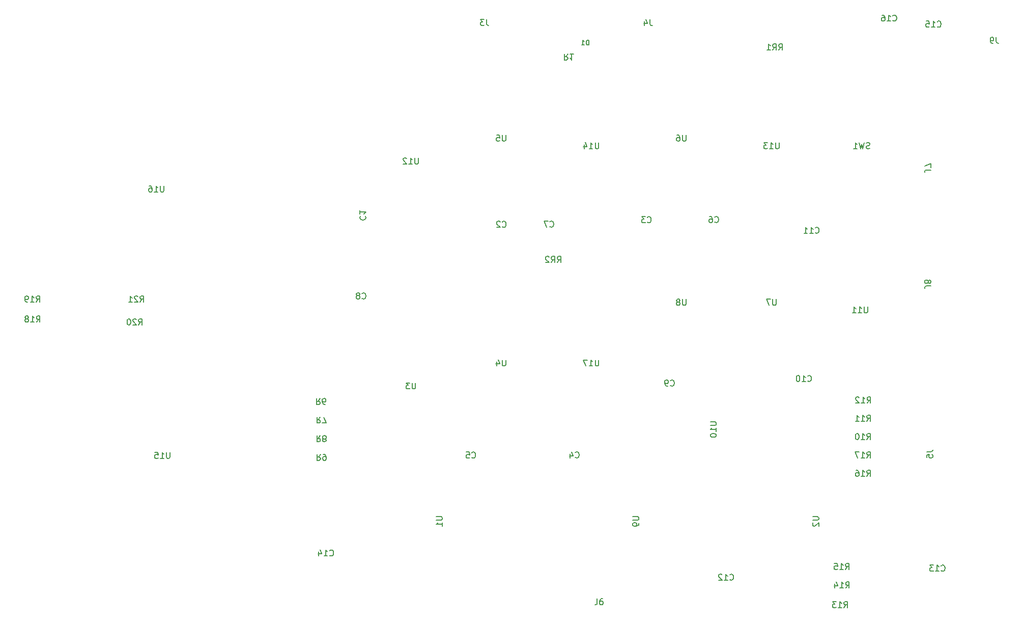
<source format=gbr>
%TF.GenerationSoftware,KiCad,Pcbnew,8.0.6*%
%TF.CreationDate,2025-06-14T16:57:26-05:00*%
%TF.ProjectId,DUALESP,4455414c-4553-4502-9e6b-696361645f70,V1*%
%TF.SameCoordinates,Original*%
%TF.FileFunction,Legend,Bot*%
%TF.FilePolarity,Positive*%
%FSLAX46Y46*%
G04 Gerber Fmt 4.6, Leading zero omitted, Abs format (unit mm)*
G04 Created by KiCad (PCBNEW 8.0.6) date 2025-06-14 16:57:26*
%MOMM*%
%LPD*%
G01*
G04 APERTURE LIST*
%ADD10C,0.150000*%
%ADD11C,0.200000*%
G04 APERTURE END LIST*
D10*
X155724819Y-120428095D02*
X156534342Y-120428095D01*
X156534342Y-120428095D02*
X156629580Y-120475714D01*
X156629580Y-120475714D02*
X156677200Y-120523333D01*
X156677200Y-120523333D02*
X156724819Y-120618571D01*
X156724819Y-120618571D02*
X156724819Y-120809047D01*
X156724819Y-120809047D02*
X156677200Y-120904285D01*
X156677200Y-120904285D02*
X156629580Y-120951904D01*
X156629580Y-120951904D02*
X156534342Y-120999523D01*
X156534342Y-120999523D02*
X155724819Y-120999523D01*
X156724819Y-121523333D02*
X156724819Y-121713809D01*
X156724819Y-121713809D02*
X156677200Y-121809047D01*
X156677200Y-121809047D02*
X156629580Y-121856666D01*
X156629580Y-121856666D02*
X156486723Y-121951904D01*
X156486723Y-121951904D02*
X156296247Y-121999523D01*
X156296247Y-121999523D02*
X155915295Y-121999523D01*
X155915295Y-121999523D02*
X155820057Y-121951904D01*
X155820057Y-121951904D02*
X155772438Y-121904285D01*
X155772438Y-121904285D02*
X155724819Y-121809047D01*
X155724819Y-121809047D02*
X155724819Y-121618571D01*
X155724819Y-121618571D02*
X155772438Y-121523333D01*
X155772438Y-121523333D02*
X155820057Y-121475714D01*
X155820057Y-121475714D02*
X155915295Y-121428095D01*
X155915295Y-121428095D02*
X156153390Y-121428095D01*
X156153390Y-121428095D02*
X156248628Y-121475714D01*
X156248628Y-121475714D02*
X156296247Y-121523333D01*
X156296247Y-121523333D02*
X156343866Y-121618571D01*
X156343866Y-121618571D02*
X156343866Y-121809047D01*
X156343866Y-121809047D02*
X156296247Y-121904285D01*
X156296247Y-121904285D02*
X156248628Y-121951904D01*
X156248628Y-121951904D02*
X156153390Y-121999523D01*
X77717494Y-65450619D02*
X77717494Y-66260142D01*
X77717494Y-66260142D02*
X77669875Y-66355380D01*
X77669875Y-66355380D02*
X77622256Y-66403000D01*
X77622256Y-66403000D02*
X77527018Y-66450619D01*
X77527018Y-66450619D02*
X77336542Y-66450619D01*
X77336542Y-66450619D02*
X77241304Y-66403000D01*
X77241304Y-66403000D02*
X77193685Y-66355380D01*
X77193685Y-66355380D02*
X77146066Y-66260142D01*
X77146066Y-66260142D02*
X77146066Y-65450619D01*
X76146066Y-66450619D02*
X76717494Y-66450619D01*
X76431780Y-66450619D02*
X76431780Y-65450619D01*
X76431780Y-65450619D02*
X76527018Y-65593476D01*
X76527018Y-65593476D02*
X76622256Y-65688714D01*
X76622256Y-65688714D02*
X76717494Y-65736333D01*
X75288923Y-65450619D02*
X75479399Y-65450619D01*
X75479399Y-65450619D02*
X75574637Y-65498238D01*
X75574637Y-65498238D02*
X75622256Y-65545857D01*
X75622256Y-65545857D02*
X75717494Y-65688714D01*
X75717494Y-65688714D02*
X75765113Y-65879190D01*
X75765113Y-65879190D02*
X75765113Y-66260142D01*
X75765113Y-66260142D02*
X75717494Y-66355380D01*
X75717494Y-66355380D02*
X75669875Y-66403000D01*
X75669875Y-66403000D02*
X75574637Y-66450619D01*
X75574637Y-66450619D02*
X75384161Y-66450619D01*
X75384161Y-66450619D02*
X75288923Y-66403000D01*
X75288923Y-66403000D02*
X75241304Y-66355380D01*
X75241304Y-66355380D02*
X75193685Y-66260142D01*
X75193685Y-66260142D02*
X75193685Y-66022047D01*
X75193685Y-66022047D02*
X75241304Y-65926809D01*
X75241304Y-65926809D02*
X75288923Y-65879190D01*
X75288923Y-65879190D02*
X75384161Y-65831571D01*
X75384161Y-65831571D02*
X75574637Y-65831571D01*
X75574637Y-65831571D02*
X75669875Y-65879190D01*
X75669875Y-65879190D02*
X75717494Y-65926809D01*
X75717494Y-65926809D02*
X75765113Y-66022047D01*
X103702533Y-100762780D02*
X103369200Y-101238971D01*
X103131105Y-100762780D02*
X103131105Y-101762780D01*
X103131105Y-101762780D02*
X103512057Y-101762780D01*
X103512057Y-101762780D02*
X103607295Y-101715161D01*
X103607295Y-101715161D02*
X103654914Y-101667542D01*
X103654914Y-101667542D02*
X103702533Y-101572304D01*
X103702533Y-101572304D02*
X103702533Y-101429447D01*
X103702533Y-101429447D02*
X103654914Y-101334209D01*
X103654914Y-101334209D02*
X103607295Y-101286590D01*
X103607295Y-101286590D02*
X103512057Y-101238971D01*
X103512057Y-101238971D02*
X103131105Y-101238971D01*
X104559676Y-101762780D02*
X104369200Y-101762780D01*
X104369200Y-101762780D02*
X104273962Y-101715161D01*
X104273962Y-101715161D02*
X104226343Y-101667542D01*
X104226343Y-101667542D02*
X104131105Y-101524685D01*
X104131105Y-101524685D02*
X104083486Y-101334209D01*
X104083486Y-101334209D02*
X104083486Y-100953257D01*
X104083486Y-100953257D02*
X104131105Y-100858019D01*
X104131105Y-100858019D02*
X104178724Y-100810400D01*
X104178724Y-100810400D02*
X104273962Y-100762780D01*
X104273962Y-100762780D02*
X104464438Y-100762780D01*
X104464438Y-100762780D02*
X104559676Y-100810400D01*
X104559676Y-100810400D02*
X104607295Y-100858019D01*
X104607295Y-100858019D02*
X104654914Y-100953257D01*
X104654914Y-100953257D02*
X104654914Y-101191352D01*
X104654914Y-101191352D02*
X104607295Y-101286590D01*
X104607295Y-101286590D02*
X104559676Y-101334209D01*
X104559676Y-101334209D02*
X104464438Y-101381828D01*
X104464438Y-101381828D02*
X104273962Y-101381828D01*
X104273962Y-101381828D02*
X104178724Y-101334209D01*
X104178724Y-101334209D02*
X104131105Y-101286590D01*
X104131105Y-101286590D02*
X104083486Y-101191352D01*
X73506857Y-88568819D02*
X73840190Y-88092628D01*
X74078285Y-88568819D02*
X74078285Y-87568819D01*
X74078285Y-87568819D02*
X73697333Y-87568819D01*
X73697333Y-87568819D02*
X73602095Y-87616438D01*
X73602095Y-87616438D02*
X73554476Y-87664057D01*
X73554476Y-87664057D02*
X73506857Y-87759295D01*
X73506857Y-87759295D02*
X73506857Y-87902152D01*
X73506857Y-87902152D02*
X73554476Y-87997390D01*
X73554476Y-87997390D02*
X73602095Y-88045009D01*
X73602095Y-88045009D02*
X73697333Y-88092628D01*
X73697333Y-88092628D02*
X74078285Y-88092628D01*
X73125904Y-87664057D02*
X73078285Y-87616438D01*
X73078285Y-87616438D02*
X72983047Y-87568819D01*
X72983047Y-87568819D02*
X72744952Y-87568819D01*
X72744952Y-87568819D02*
X72649714Y-87616438D01*
X72649714Y-87616438D02*
X72602095Y-87664057D01*
X72602095Y-87664057D02*
X72554476Y-87759295D01*
X72554476Y-87759295D02*
X72554476Y-87854533D01*
X72554476Y-87854533D02*
X72602095Y-87997390D01*
X72602095Y-87997390D02*
X73173523Y-88568819D01*
X73173523Y-88568819D02*
X72554476Y-88568819D01*
X71935428Y-87568819D02*
X71840190Y-87568819D01*
X71840190Y-87568819D02*
X71744952Y-87616438D01*
X71744952Y-87616438D02*
X71697333Y-87664057D01*
X71697333Y-87664057D02*
X71649714Y-87759295D01*
X71649714Y-87759295D02*
X71602095Y-87949771D01*
X71602095Y-87949771D02*
X71602095Y-88187866D01*
X71602095Y-88187866D02*
X71649714Y-88378342D01*
X71649714Y-88378342D02*
X71697333Y-88473580D01*
X71697333Y-88473580D02*
X71744952Y-88521200D01*
X71744952Y-88521200D02*
X71840190Y-88568819D01*
X71840190Y-88568819D02*
X71935428Y-88568819D01*
X71935428Y-88568819D02*
X72030666Y-88521200D01*
X72030666Y-88521200D02*
X72078285Y-88473580D01*
X72078285Y-88473580D02*
X72125904Y-88378342D01*
X72125904Y-88378342D02*
X72173523Y-88187866D01*
X72173523Y-88187866D02*
X72173523Y-87949771D01*
X72173523Y-87949771D02*
X72125904Y-87759295D01*
X72125904Y-87759295D02*
X72078285Y-87664057D01*
X72078285Y-87664057D02*
X72030666Y-87616438D01*
X72030666Y-87616438D02*
X71935428Y-87568819D01*
X120048094Y-60804819D02*
X120048094Y-61614342D01*
X120048094Y-61614342D02*
X120000475Y-61709580D01*
X120000475Y-61709580D02*
X119952856Y-61757200D01*
X119952856Y-61757200D02*
X119857618Y-61804819D01*
X119857618Y-61804819D02*
X119667142Y-61804819D01*
X119667142Y-61804819D02*
X119571904Y-61757200D01*
X119571904Y-61757200D02*
X119524285Y-61709580D01*
X119524285Y-61709580D02*
X119476666Y-61614342D01*
X119476666Y-61614342D02*
X119476666Y-60804819D01*
X118476666Y-61804819D02*
X119048094Y-61804819D01*
X118762380Y-61804819D02*
X118762380Y-60804819D01*
X118762380Y-60804819D02*
X118857618Y-60947676D01*
X118857618Y-60947676D02*
X118952856Y-61042914D01*
X118952856Y-61042914D02*
X119048094Y-61090533D01*
X118095713Y-60900057D02*
X118048094Y-60852438D01*
X118048094Y-60852438D02*
X117952856Y-60804819D01*
X117952856Y-60804819D02*
X117714761Y-60804819D01*
X117714761Y-60804819D02*
X117619523Y-60852438D01*
X117619523Y-60852438D02*
X117571904Y-60900057D01*
X117571904Y-60900057D02*
X117524285Y-60995295D01*
X117524285Y-60995295D02*
X117524285Y-61090533D01*
X117524285Y-61090533D02*
X117571904Y-61233390D01*
X117571904Y-61233390D02*
X118143332Y-61804819D01*
X118143332Y-61804819D02*
X117524285Y-61804819D01*
X179571904Y-84294819D02*
X179571904Y-85104342D01*
X179571904Y-85104342D02*
X179524285Y-85199580D01*
X179524285Y-85199580D02*
X179476666Y-85247200D01*
X179476666Y-85247200D02*
X179381428Y-85294819D01*
X179381428Y-85294819D02*
X179190952Y-85294819D01*
X179190952Y-85294819D02*
X179095714Y-85247200D01*
X179095714Y-85247200D02*
X179048095Y-85199580D01*
X179048095Y-85199580D02*
X179000476Y-85104342D01*
X179000476Y-85104342D02*
X179000476Y-84294819D01*
X178619523Y-84294819D02*
X177952857Y-84294819D01*
X177952857Y-84294819D02*
X178381428Y-85294819D01*
X150048094Y-58264819D02*
X150048094Y-59074342D01*
X150048094Y-59074342D02*
X150000475Y-59169580D01*
X150000475Y-59169580D02*
X149952856Y-59217200D01*
X149952856Y-59217200D02*
X149857618Y-59264819D01*
X149857618Y-59264819D02*
X149667142Y-59264819D01*
X149667142Y-59264819D02*
X149571904Y-59217200D01*
X149571904Y-59217200D02*
X149524285Y-59169580D01*
X149524285Y-59169580D02*
X149476666Y-59074342D01*
X149476666Y-59074342D02*
X149476666Y-58264819D01*
X148476666Y-59264819D02*
X149048094Y-59264819D01*
X148762380Y-59264819D02*
X148762380Y-58264819D01*
X148762380Y-58264819D02*
X148857618Y-58407676D01*
X148857618Y-58407676D02*
X148952856Y-58502914D01*
X148952856Y-58502914D02*
X149048094Y-58550533D01*
X147619523Y-58598152D02*
X147619523Y-59264819D01*
X147857618Y-58217200D02*
X148095713Y-58931485D01*
X148095713Y-58931485D02*
X147476666Y-58931485D01*
X105300082Y-126860580D02*
X105347701Y-126908200D01*
X105347701Y-126908200D02*
X105490558Y-126955819D01*
X105490558Y-126955819D02*
X105585796Y-126955819D01*
X105585796Y-126955819D02*
X105728653Y-126908200D01*
X105728653Y-126908200D02*
X105823891Y-126812961D01*
X105823891Y-126812961D02*
X105871510Y-126717723D01*
X105871510Y-126717723D02*
X105919129Y-126527247D01*
X105919129Y-126527247D02*
X105919129Y-126384390D01*
X105919129Y-126384390D02*
X105871510Y-126193914D01*
X105871510Y-126193914D02*
X105823891Y-126098676D01*
X105823891Y-126098676D02*
X105728653Y-126003438D01*
X105728653Y-126003438D02*
X105585796Y-125955819D01*
X105585796Y-125955819D02*
X105490558Y-125955819D01*
X105490558Y-125955819D02*
X105347701Y-126003438D01*
X105347701Y-126003438D02*
X105300082Y-126051057D01*
X104347701Y-126955819D02*
X104919129Y-126955819D01*
X104633415Y-126955819D02*
X104633415Y-125955819D01*
X104633415Y-125955819D02*
X104728653Y-126098676D01*
X104728653Y-126098676D02*
X104823891Y-126193914D01*
X104823891Y-126193914D02*
X104919129Y-126241533D01*
X103490558Y-126289152D02*
X103490558Y-126955819D01*
X103728653Y-125908200D02*
X103966748Y-126622485D01*
X103966748Y-126622485D02*
X103347701Y-126622485D01*
X158575333Y-37808819D02*
X158575333Y-38523104D01*
X158575333Y-38523104D02*
X158622952Y-38665961D01*
X158622952Y-38665961D02*
X158718190Y-38761200D01*
X158718190Y-38761200D02*
X158861047Y-38808819D01*
X158861047Y-38808819D02*
X158956285Y-38808819D01*
X157670571Y-38142152D02*
X157670571Y-38808819D01*
X157908666Y-37761200D02*
X158146761Y-38475485D01*
X158146761Y-38475485D02*
X157527714Y-38475485D01*
X146170666Y-110571580D02*
X146218285Y-110619200D01*
X146218285Y-110619200D02*
X146361142Y-110666819D01*
X146361142Y-110666819D02*
X146456380Y-110666819D01*
X146456380Y-110666819D02*
X146599237Y-110619200D01*
X146599237Y-110619200D02*
X146694475Y-110523961D01*
X146694475Y-110523961D02*
X146742094Y-110428723D01*
X146742094Y-110428723D02*
X146789713Y-110238247D01*
X146789713Y-110238247D02*
X146789713Y-110095390D01*
X146789713Y-110095390D02*
X146742094Y-109904914D01*
X146742094Y-109904914D02*
X146694475Y-109809676D01*
X146694475Y-109809676D02*
X146599237Y-109714438D01*
X146599237Y-109714438D02*
X146456380Y-109666819D01*
X146456380Y-109666819D02*
X146361142Y-109666819D01*
X146361142Y-109666819D02*
X146218285Y-109714438D01*
X146218285Y-109714438D02*
X146170666Y-109762057D01*
X145313523Y-110000152D02*
X145313523Y-110666819D01*
X145551618Y-109619200D02*
X145789713Y-110333485D01*
X145789713Y-110333485D02*
X145170666Y-110333485D01*
X103736533Y-103860180D02*
X103403200Y-104336371D01*
X103165105Y-103860180D02*
X103165105Y-104860180D01*
X103165105Y-104860180D02*
X103546057Y-104860180D01*
X103546057Y-104860180D02*
X103641295Y-104812561D01*
X103641295Y-104812561D02*
X103688914Y-104764942D01*
X103688914Y-104764942D02*
X103736533Y-104669704D01*
X103736533Y-104669704D02*
X103736533Y-104526847D01*
X103736533Y-104526847D02*
X103688914Y-104431609D01*
X103688914Y-104431609D02*
X103641295Y-104383990D01*
X103641295Y-104383990D02*
X103546057Y-104336371D01*
X103546057Y-104336371D02*
X103165105Y-104336371D01*
X104069867Y-104860180D02*
X104736533Y-104860180D01*
X104736533Y-104860180D02*
X104307962Y-103860180D01*
X190854857Y-135558819D02*
X191188190Y-135082628D01*
X191426285Y-135558819D02*
X191426285Y-134558819D01*
X191426285Y-134558819D02*
X191045333Y-134558819D01*
X191045333Y-134558819D02*
X190950095Y-134606438D01*
X190950095Y-134606438D02*
X190902476Y-134654057D01*
X190902476Y-134654057D02*
X190854857Y-134749295D01*
X190854857Y-134749295D02*
X190854857Y-134892152D01*
X190854857Y-134892152D02*
X190902476Y-134987390D01*
X190902476Y-134987390D02*
X190950095Y-135035009D01*
X190950095Y-135035009D02*
X191045333Y-135082628D01*
X191045333Y-135082628D02*
X191426285Y-135082628D01*
X189902476Y-135558819D02*
X190473904Y-135558819D01*
X190188190Y-135558819D02*
X190188190Y-134558819D01*
X190188190Y-134558819D02*
X190283428Y-134701676D01*
X190283428Y-134701676D02*
X190378666Y-134796914D01*
X190378666Y-134796914D02*
X190473904Y-134844533D01*
X189569142Y-134558819D02*
X188950095Y-134558819D01*
X188950095Y-134558819D02*
X189283428Y-134939771D01*
X189283428Y-134939771D02*
X189140571Y-134939771D01*
X189140571Y-134939771D02*
X189045333Y-134987390D01*
X189045333Y-134987390D02*
X188997714Y-135035009D01*
X188997714Y-135035009D02*
X188950095Y-135130247D01*
X188950095Y-135130247D02*
X188950095Y-135368342D01*
X188950095Y-135368342D02*
X188997714Y-135463580D01*
X188997714Y-135463580D02*
X189045333Y-135511200D01*
X189045333Y-135511200D02*
X189140571Y-135558819D01*
X189140571Y-135558819D02*
X189426285Y-135558819D01*
X189426285Y-135558819D02*
X189521523Y-135511200D01*
X189521523Y-135511200D02*
X189569142Y-135463580D01*
X119571904Y-98184819D02*
X119571904Y-98994342D01*
X119571904Y-98994342D02*
X119524285Y-99089580D01*
X119524285Y-99089580D02*
X119476666Y-99137200D01*
X119476666Y-99137200D02*
X119381428Y-99184819D01*
X119381428Y-99184819D02*
X119190952Y-99184819D01*
X119190952Y-99184819D02*
X119095714Y-99137200D01*
X119095714Y-99137200D02*
X119048095Y-99089580D01*
X119048095Y-99089580D02*
X119000476Y-98994342D01*
X119000476Y-98994342D02*
X119000476Y-98184819D01*
X118619523Y-98184819D02*
X118000476Y-98184819D01*
X118000476Y-98184819D02*
X118333809Y-98565771D01*
X118333809Y-98565771D02*
X118190952Y-98565771D01*
X118190952Y-98565771D02*
X118095714Y-98613390D01*
X118095714Y-98613390D02*
X118048095Y-98661009D01*
X118048095Y-98661009D02*
X118000476Y-98756247D01*
X118000476Y-98756247D02*
X118000476Y-98994342D01*
X118000476Y-98994342D02*
X118048095Y-99089580D01*
X118048095Y-99089580D02*
X118095714Y-99137200D01*
X118095714Y-99137200D02*
X118190952Y-99184819D01*
X118190952Y-99184819D02*
X118476666Y-99184819D01*
X118476666Y-99184819D02*
X118571904Y-99137200D01*
X118571904Y-99137200D02*
X118619523Y-99089580D01*
X191108857Y-129208819D02*
X191442190Y-128732628D01*
X191680285Y-129208819D02*
X191680285Y-128208819D01*
X191680285Y-128208819D02*
X191299333Y-128208819D01*
X191299333Y-128208819D02*
X191204095Y-128256438D01*
X191204095Y-128256438D02*
X191156476Y-128304057D01*
X191156476Y-128304057D02*
X191108857Y-128399295D01*
X191108857Y-128399295D02*
X191108857Y-128542152D01*
X191108857Y-128542152D02*
X191156476Y-128637390D01*
X191156476Y-128637390D02*
X191204095Y-128685009D01*
X191204095Y-128685009D02*
X191299333Y-128732628D01*
X191299333Y-128732628D02*
X191680285Y-128732628D01*
X190156476Y-129208819D02*
X190727904Y-129208819D01*
X190442190Y-129208819D02*
X190442190Y-128208819D01*
X190442190Y-128208819D02*
X190537428Y-128351676D01*
X190537428Y-128351676D02*
X190632666Y-128446914D01*
X190632666Y-128446914D02*
X190727904Y-128494533D01*
X189251714Y-128208819D02*
X189727904Y-128208819D01*
X189727904Y-128208819D02*
X189775523Y-128685009D01*
X189775523Y-128685009D02*
X189727904Y-128637390D01*
X189727904Y-128637390D02*
X189632666Y-128589771D01*
X189632666Y-128589771D02*
X189394571Y-128589771D01*
X189394571Y-128589771D02*
X189299333Y-128637390D01*
X189299333Y-128637390D02*
X189251714Y-128685009D01*
X189251714Y-128685009D02*
X189204095Y-128780247D01*
X189204095Y-128780247D02*
X189204095Y-129018342D01*
X189204095Y-129018342D02*
X189251714Y-129113580D01*
X189251714Y-129113580D02*
X189299333Y-129161200D01*
X189299333Y-129161200D02*
X189394571Y-129208819D01*
X189394571Y-129208819D02*
X189632666Y-129208819D01*
X189632666Y-129208819D02*
X189727904Y-129161200D01*
X189727904Y-129161200D02*
X189775523Y-129113580D01*
X131389333Y-37786819D02*
X131389333Y-38501104D01*
X131389333Y-38501104D02*
X131436952Y-38643961D01*
X131436952Y-38643961D02*
X131532190Y-38739200D01*
X131532190Y-38739200D02*
X131675047Y-38786819D01*
X131675047Y-38786819D02*
X131770285Y-38786819D01*
X131008380Y-37786819D02*
X130389333Y-37786819D01*
X130389333Y-37786819D02*
X130722666Y-38167771D01*
X130722666Y-38167771D02*
X130579809Y-38167771D01*
X130579809Y-38167771D02*
X130484571Y-38215390D01*
X130484571Y-38215390D02*
X130436952Y-38263009D01*
X130436952Y-38263009D02*
X130389333Y-38358247D01*
X130389333Y-38358247D02*
X130389333Y-38596342D01*
X130389333Y-38596342D02*
X130436952Y-38691580D01*
X130436952Y-38691580D02*
X130484571Y-38739200D01*
X130484571Y-38739200D02*
X130579809Y-38786819D01*
X130579809Y-38786819D02*
X130865523Y-38786819D01*
X130865523Y-38786819D02*
X130960761Y-38739200D01*
X130960761Y-38739200D02*
X131008380Y-38691580D01*
X216177333Y-40736819D02*
X216177333Y-41451104D01*
X216177333Y-41451104D02*
X216224952Y-41593961D01*
X216224952Y-41593961D02*
X216320190Y-41689200D01*
X216320190Y-41689200D02*
X216463047Y-41736819D01*
X216463047Y-41736819D02*
X216558285Y-41736819D01*
X215653523Y-41736819D02*
X215463047Y-41736819D01*
X215463047Y-41736819D02*
X215367809Y-41689200D01*
X215367809Y-41689200D02*
X215320190Y-41641580D01*
X215320190Y-41641580D02*
X215224952Y-41498723D01*
X215224952Y-41498723D02*
X215177333Y-41308247D01*
X215177333Y-41308247D02*
X215177333Y-40927295D01*
X215177333Y-40927295D02*
X215224952Y-40832057D01*
X215224952Y-40832057D02*
X215272571Y-40784438D01*
X215272571Y-40784438D02*
X215367809Y-40736819D01*
X215367809Y-40736819D02*
X215558285Y-40736819D01*
X215558285Y-40736819D02*
X215653523Y-40784438D01*
X215653523Y-40784438D02*
X215701142Y-40832057D01*
X215701142Y-40832057D02*
X215748761Y-40927295D01*
X215748761Y-40927295D02*
X215748761Y-41165390D01*
X215748761Y-41165390D02*
X215701142Y-41260628D01*
X215701142Y-41260628D02*
X215653523Y-41308247D01*
X215653523Y-41308247D02*
X215558285Y-41355866D01*
X215558285Y-41355866D02*
X215367809Y-41355866D01*
X215367809Y-41355866D02*
X215272571Y-41308247D01*
X215272571Y-41308247D02*
X215224952Y-41260628D01*
X215224952Y-41260628D02*
X215177333Y-41165390D01*
X179990666Y-42872819D02*
X180323999Y-42396628D01*
X180562094Y-42872819D02*
X180562094Y-41872819D01*
X180562094Y-41872819D02*
X180181142Y-41872819D01*
X180181142Y-41872819D02*
X180085904Y-41920438D01*
X180085904Y-41920438D02*
X180038285Y-41968057D01*
X180038285Y-41968057D02*
X179990666Y-42063295D01*
X179990666Y-42063295D02*
X179990666Y-42206152D01*
X179990666Y-42206152D02*
X180038285Y-42301390D01*
X180038285Y-42301390D02*
X180085904Y-42349009D01*
X180085904Y-42349009D02*
X180181142Y-42396628D01*
X180181142Y-42396628D02*
X180562094Y-42396628D01*
X178990666Y-42872819D02*
X179323999Y-42396628D01*
X179562094Y-42872819D02*
X179562094Y-41872819D01*
X179562094Y-41872819D02*
X179181142Y-41872819D01*
X179181142Y-41872819D02*
X179085904Y-41920438D01*
X179085904Y-41920438D02*
X179038285Y-41968057D01*
X179038285Y-41968057D02*
X178990666Y-42063295D01*
X178990666Y-42063295D02*
X178990666Y-42206152D01*
X178990666Y-42206152D02*
X179038285Y-42301390D01*
X179038285Y-42301390D02*
X179085904Y-42349009D01*
X179085904Y-42349009D02*
X179181142Y-42396628D01*
X179181142Y-42396628D02*
X179562094Y-42396628D01*
X178038285Y-42872819D02*
X178609713Y-42872819D01*
X178323999Y-42872819D02*
X178323999Y-41872819D01*
X178323999Y-41872819D02*
X178419237Y-42015676D01*
X178419237Y-42015676D02*
X178514475Y-42110914D01*
X178514475Y-42110914D02*
X178609713Y-42158533D01*
X204610819Y-109655666D02*
X205325104Y-109655666D01*
X205325104Y-109655666D02*
X205467961Y-109608047D01*
X205467961Y-109608047D02*
X205563200Y-109512809D01*
X205563200Y-109512809D02*
X205610819Y-109369952D01*
X205610819Y-109369952D02*
X205610819Y-109274714D01*
X204610819Y-110608047D02*
X204610819Y-110131857D01*
X204610819Y-110131857D02*
X205087009Y-110084238D01*
X205087009Y-110084238D02*
X205039390Y-110131857D01*
X205039390Y-110131857D02*
X204991771Y-110227095D01*
X204991771Y-110227095D02*
X204991771Y-110465190D01*
X204991771Y-110465190D02*
X205039390Y-110560428D01*
X205039390Y-110560428D02*
X205087009Y-110608047D01*
X205087009Y-110608047D02*
X205182247Y-110655666D01*
X205182247Y-110655666D02*
X205420342Y-110655666D01*
X205420342Y-110655666D02*
X205515580Y-110608047D01*
X205515580Y-110608047D02*
X205563200Y-110560428D01*
X205563200Y-110560428D02*
X205610819Y-110465190D01*
X205610819Y-110465190D02*
X205610819Y-110227095D01*
X205610819Y-110227095D02*
X205563200Y-110131857D01*
X205563200Y-110131857D02*
X205515580Y-110084238D01*
X144901333Y-43511180D02*
X144568000Y-43987371D01*
X144329905Y-43511180D02*
X144329905Y-44511180D01*
X144329905Y-44511180D02*
X144710857Y-44511180D01*
X144710857Y-44511180D02*
X144806095Y-44463561D01*
X144806095Y-44463561D02*
X144853714Y-44415942D01*
X144853714Y-44415942D02*
X144901333Y-44320704D01*
X144901333Y-44320704D02*
X144901333Y-44177847D01*
X144901333Y-44177847D02*
X144853714Y-44082609D01*
X144853714Y-44082609D02*
X144806095Y-44034990D01*
X144806095Y-44034990D02*
X144710857Y-43987371D01*
X144710857Y-43987371D02*
X144329905Y-43987371D01*
X145853714Y-43511180D02*
X145282286Y-43511180D01*
X145568000Y-43511180D02*
X145568000Y-44511180D01*
X145568000Y-44511180D02*
X145472762Y-44368323D01*
X145472762Y-44368323D02*
X145377524Y-44273085D01*
X145377524Y-44273085D02*
X145282286Y-44225466D01*
X103753333Y-110059180D02*
X103420000Y-110535371D01*
X103181905Y-110059180D02*
X103181905Y-111059180D01*
X103181905Y-111059180D02*
X103562857Y-111059180D01*
X103562857Y-111059180D02*
X103658095Y-111011561D01*
X103658095Y-111011561D02*
X103705714Y-110963942D01*
X103705714Y-110963942D02*
X103753333Y-110868704D01*
X103753333Y-110868704D02*
X103753333Y-110725847D01*
X103753333Y-110725847D02*
X103705714Y-110630609D01*
X103705714Y-110630609D02*
X103658095Y-110582990D01*
X103658095Y-110582990D02*
X103562857Y-110535371D01*
X103562857Y-110535371D02*
X103181905Y-110535371D01*
X104229524Y-110059180D02*
X104420000Y-110059180D01*
X104420000Y-110059180D02*
X104515238Y-110106800D01*
X104515238Y-110106800D02*
X104562857Y-110154419D01*
X104562857Y-110154419D02*
X104658095Y-110297276D01*
X104658095Y-110297276D02*
X104705714Y-110487752D01*
X104705714Y-110487752D02*
X104705714Y-110868704D01*
X104705714Y-110868704D02*
X104658095Y-110963942D01*
X104658095Y-110963942D02*
X104610476Y-111011561D01*
X104610476Y-111011561D02*
X104515238Y-111059180D01*
X104515238Y-111059180D02*
X104324762Y-111059180D01*
X104324762Y-111059180D02*
X104229524Y-111011561D01*
X104229524Y-111011561D02*
X104181905Y-110963942D01*
X104181905Y-110963942D02*
X104134286Y-110868704D01*
X104134286Y-110868704D02*
X104134286Y-110630609D01*
X104134286Y-110630609D02*
X104181905Y-110535371D01*
X104181905Y-110535371D02*
X104229524Y-110487752D01*
X104229524Y-110487752D02*
X104324762Y-110440133D01*
X104324762Y-110440133D02*
X104515238Y-110440133D01*
X104515238Y-110440133D02*
X104610476Y-110487752D01*
X104610476Y-110487752D02*
X104658095Y-110535371D01*
X104658095Y-110535371D02*
X104705714Y-110630609D01*
X158154666Y-71479580D02*
X158202285Y-71527200D01*
X158202285Y-71527200D02*
X158345142Y-71574819D01*
X158345142Y-71574819D02*
X158440380Y-71574819D01*
X158440380Y-71574819D02*
X158583237Y-71527200D01*
X158583237Y-71527200D02*
X158678475Y-71431961D01*
X158678475Y-71431961D02*
X158726094Y-71336723D01*
X158726094Y-71336723D02*
X158773713Y-71146247D01*
X158773713Y-71146247D02*
X158773713Y-71003390D01*
X158773713Y-71003390D02*
X158726094Y-70812914D01*
X158726094Y-70812914D02*
X158678475Y-70717676D01*
X158678475Y-70717676D02*
X158583237Y-70622438D01*
X158583237Y-70622438D02*
X158440380Y-70574819D01*
X158440380Y-70574819D02*
X158345142Y-70574819D01*
X158345142Y-70574819D02*
X158202285Y-70622438D01*
X158202285Y-70622438D02*
X158154666Y-70670057D01*
X157821332Y-70574819D02*
X157202285Y-70574819D01*
X157202285Y-70574819D02*
X157535618Y-70955771D01*
X157535618Y-70955771D02*
X157392761Y-70955771D01*
X157392761Y-70955771D02*
X157297523Y-71003390D01*
X157297523Y-71003390D02*
X157249904Y-71051009D01*
X157249904Y-71051009D02*
X157202285Y-71146247D01*
X157202285Y-71146247D02*
X157202285Y-71384342D01*
X157202285Y-71384342D02*
X157249904Y-71479580D01*
X157249904Y-71479580D02*
X157297523Y-71527200D01*
X157297523Y-71527200D02*
X157392761Y-71574819D01*
X157392761Y-71574819D02*
X157678475Y-71574819D01*
X157678475Y-71574819D02*
X157773713Y-71527200D01*
X157773713Y-71527200D02*
X157821332Y-71479580D01*
X191142857Y-132280819D02*
X191476190Y-131804628D01*
X191714285Y-132280819D02*
X191714285Y-131280819D01*
X191714285Y-131280819D02*
X191333333Y-131280819D01*
X191333333Y-131280819D02*
X191238095Y-131328438D01*
X191238095Y-131328438D02*
X191190476Y-131376057D01*
X191190476Y-131376057D02*
X191142857Y-131471295D01*
X191142857Y-131471295D02*
X191142857Y-131614152D01*
X191142857Y-131614152D02*
X191190476Y-131709390D01*
X191190476Y-131709390D02*
X191238095Y-131757009D01*
X191238095Y-131757009D02*
X191333333Y-131804628D01*
X191333333Y-131804628D02*
X191714285Y-131804628D01*
X190190476Y-132280819D02*
X190761904Y-132280819D01*
X190476190Y-132280819D02*
X190476190Y-131280819D01*
X190476190Y-131280819D02*
X190571428Y-131423676D01*
X190571428Y-131423676D02*
X190666666Y-131518914D01*
X190666666Y-131518914D02*
X190761904Y-131566533D01*
X189333333Y-131614152D02*
X189333333Y-132280819D01*
X189571428Y-131233200D02*
X189809523Y-131947485D01*
X189809523Y-131947485D02*
X189190476Y-131947485D01*
X141932666Y-72217580D02*
X141980285Y-72265200D01*
X141980285Y-72265200D02*
X142123142Y-72312819D01*
X142123142Y-72312819D02*
X142218380Y-72312819D01*
X142218380Y-72312819D02*
X142361237Y-72265200D01*
X142361237Y-72265200D02*
X142456475Y-72169961D01*
X142456475Y-72169961D02*
X142504094Y-72074723D01*
X142504094Y-72074723D02*
X142551713Y-71884247D01*
X142551713Y-71884247D02*
X142551713Y-71741390D01*
X142551713Y-71741390D02*
X142504094Y-71550914D01*
X142504094Y-71550914D02*
X142456475Y-71455676D01*
X142456475Y-71455676D02*
X142361237Y-71360438D01*
X142361237Y-71360438D02*
X142218380Y-71312819D01*
X142218380Y-71312819D02*
X142123142Y-71312819D01*
X142123142Y-71312819D02*
X141980285Y-71360438D01*
X141980285Y-71360438D02*
X141932666Y-71408057D01*
X141599332Y-71312819D02*
X140932666Y-71312819D01*
X140932666Y-71312819D02*
X141361237Y-72312819D01*
X168618819Y-104679905D02*
X169428342Y-104679905D01*
X169428342Y-104679905D02*
X169523580Y-104727524D01*
X169523580Y-104727524D02*
X169571200Y-104775143D01*
X169571200Y-104775143D02*
X169618819Y-104870381D01*
X169618819Y-104870381D02*
X169618819Y-105060857D01*
X169618819Y-105060857D02*
X169571200Y-105156095D01*
X169571200Y-105156095D02*
X169523580Y-105203714D01*
X169523580Y-105203714D02*
X169428342Y-105251333D01*
X169428342Y-105251333D02*
X168618819Y-105251333D01*
X169618819Y-106251333D02*
X169618819Y-105679905D01*
X169618819Y-105965619D02*
X168618819Y-105965619D01*
X168618819Y-105965619D02*
X168761676Y-105870381D01*
X168761676Y-105870381D02*
X168856914Y-105775143D01*
X168856914Y-105775143D02*
X168904533Y-105679905D01*
X168618819Y-106870381D02*
X168618819Y-106965619D01*
X168618819Y-106965619D02*
X168666438Y-107060857D01*
X168666438Y-107060857D02*
X168714057Y-107108476D01*
X168714057Y-107108476D02*
X168809295Y-107156095D01*
X168809295Y-107156095D02*
X168999771Y-107203714D01*
X168999771Y-107203714D02*
X169237866Y-107203714D01*
X169237866Y-107203714D02*
X169428342Y-107156095D01*
X169428342Y-107156095D02*
X169523580Y-107108476D01*
X169523580Y-107108476D02*
X169571200Y-107060857D01*
X169571200Y-107060857D02*
X169618819Y-106965619D01*
X169618819Y-106965619D02*
X169618819Y-106870381D01*
X169618819Y-106870381D02*
X169571200Y-106775143D01*
X169571200Y-106775143D02*
X169523580Y-106727524D01*
X169523580Y-106727524D02*
X169428342Y-106679905D01*
X169428342Y-106679905D02*
X169237866Y-106632286D01*
X169237866Y-106632286D02*
X168999771Y-106632286D01*
X168999771Y-106632286D02*
X168809295Y-106679905D01*
X168809295Y-106679905D02*
X168714057Y-106727524D01*
X168714057Y-106727524D02*
X168666438Y-106775143D01*
X168666438Y-106775143D02*
X168618819Y-106870381D01*
X205279780Y-62796533D02*
X204565495Y-62796533D01*
X204565495Y-62796533D02*
X204422638Y-62844152D01*
X204422638Y-62844152D02*
X204327400Y-62939390D01*
X204327400Y-62939390D02*
X204279780Y-63082247D01*
X204279780Y-63082247D02*
X204279780Y-63177485D01*
X205279780Y-62415580D02*
X205279780Y-61748914D01*
X205279780Y-61748914D02*
X204279780Y-62177485D01*
X149780666Y-134074819D02*
X149780666Y-134789104D01*
X149780666Y-134789104D02*
X149733047Y-134931961D01*
X149733047Y-134931961D02*
X149637809Y-135027200D01*
X149637809Y-135027200D02*
X149494952Y-135074819D01*
X149494952Y-135074819D02*
X149399714Y-135074819D01*
X150685428Y-134074819D02*
X150494952Y-134074819D01*
X150494952Y-134074819D02*
X150399714Y-134122438D01*
X150399714Y-134122438D02*
X150352095Y-134170057D01*
X150352095Y-134170057D02*
X150256857Y-134312914D01*
X150256857Y-134312914D02*
X150209238Y-134503390D01*
X150209238Y-134503390D02*
X150209238Y-134884342D01*
X150209238Y-134884342D02*
X150256857Y-134979580D01*
X150256857Y-134979580D02*
X150304476Y-135027200D01*
X150304476Y-135027200D02*
X150399714Y-135074819D01*
X150399714Y-135074819D02*
X150590190Y-135074819D01*
X150590190Y-135074819D02*
X150685428Y-135027200D01*
X150685428Y-135027200D02*
X150733047Y-134979580D01*
X150733047Y-134979580D02*
X150780666Y-134884342D01*
X150780666Y-134884342D02*
X150780666Y-134646247D01*
X150780666Y-134646247D02*
X150733047Y-134551009D01*
X150733047Y-134551009D02*
X150685428Y-134503390D01*
X150685428Y-134503390D02*
X150590190Y-134455771D01*
X150590190Y-134455771D02*
X150399714Y-134455771D01*
X150399714Y-134455771D02*
X150304476Y-134503390D01*
X150304476Y-134503390D02*
X150256857Y-134551009D01*
X150256857Y-134551009D02*
X150209238Y-134646247D01*
X194664857Y-107618819D02*
X194998190Y-107142628D01*
X195236285Y-107618819D02*
X195236285Y-106618819D01*
X195236285Y-106618819D02*
X194855333Y-106618819D01*
X194855333Y-106618819D02*
X194760095Y-106666438D01*
X194760095Y-106666438D02*
X194712476Y-106714057D01*
X194712476Y-106714057D02*
X194664857Y-106809295D01*
X194664857Y-106809295D02*
X194664857Y-106952152D01*
X194664857Y-106952152D02*
X194712476Y-107047390D01*
X194712476Y-107047390D02*
X194760095Y-107095009D01*
X194760095Y-107095009D02*
X194855333Y-107142628D01*
X194855333Y-107142628D02*
X195236285Y-107142628D01*
X193712476Y-107618819D02*
X194283904Y-107618819D01*
X193998190Y-107618819D02*
X193998190Y-106618819D01*
X193998190Y-106618819D02*
X194093428Y-106761676D01*
X194093428Y-106761676D02*
X194188666Y-106856914D01*
X194188666Y-106856914D02*
X194283904Y-106904533D01*
X193093428Y-106618819D02*
X192998190Y-106618819D01*
X192998190Y-106618819D02*
X192902952Y-106666438D01*
X192902952Y-106666438D02*
X192855333Y-106714057D01*
X192855333Y-106714057D02*
X192807714Y-106809295D01*
X192807714Y-106809295D02*
X192760095Y-106999771D01*
X192760095Y-106999771D02*
X192760095Y-107237866D01*
X192760095Y-107237866D02*
X192807714Y-107428342D01*
X192807714Y-107428342D02*
X192855333Y-107523580D01*
X192855333Y-107523580D02*
X192902952Y-107571200D01*
X192902952Y-107571200D02*
X192998190Y-107618819D01*
X192998190Y-107618819D02*
X193093428Y-107618819D01*
X193093428Y-107618819D02*
X193188666Y-107571200D01*
X193188666Y-107571200D02*
X193236285Y-107523580D01*
X193236285Y-107523580D02*
X193283904Y-107428342D01*
X193283904Y-107428342D02*
X193331523Y-107237866D01*
X193331523Y-107237866D02*
X193331523Y-106999771D01*
X193331523Y-106999771D02*
X193283904Y-106809295D01*
X193283904Y-106809295D02*
X193236285Y-106714057D01*
X193236285Y-106714057D02*
X193188666Y-106666438D01*
X193188666Y-106666438D02*
X193093428Y-106618819D01*
X185644819Y-120428095D02*
X186454342Y-120428095D01*
X186454342Y-120428095D02*
X186549580Y-120475714D01*
X186549580Y-120475714D02*
X186597200Y-120523333D01*
X186597200Y-120523333D02*
X186644819Y-120618571D01*
X186644819Y-120618571D02*
X186644819Y-120809047D01*
X186644819Y-120809047D02*
X186597200Y-120904285D01*
X186597200Y-120904285D02*
X186549580Y-120951904D01*
X186549580Y-120951904D02*
X186454342Y-120999523D01*
X186454342Y-120999523D02*
X185644819Y-120999523D01*
X185740057Y-121428095D02*
X185692438Y-121475714D01*
X185692438Y-121475714D02*
X185644819Y-121570952D01*
X185644819Y-121570952D02*
X185644819Y-121809047D01*
X185644819Y-121809047D02*
X185692438Y-121904285D01*
X185692438Y-121904285D02*
X185740057Y-121951904D01*
X185740057Y-121951904D02*
X185835295Y-121999523D01*
X185835295Y-121999523D02*
X185930533Y-121999523D01*
X185930533Y-121999523D02*
X186073390Y-121951904D01*
X186073390Y-121951904D02*
X186644819Y-121380476D01*
X186644819Y-121380476D02*
X186644819Y-121999523D01*
X206382857Y-38967580D02*
X206430476Y-39015200D01*
X206430476Y-39015200D02*
X206573333Y-39062819D01*
X206573333Y-39062819D02*
X206668571Y-39062819D01*
X206668571Y-39062819D02*
X206811428Y-39015200D01*
X206811428Y-39015200D02*
X206906666Y-38919961D01*
X206906666Y-38919961D02*
X206954285Y-38824723D01*
X206954285Y-38824723D02*
X207001904Y-38634247D01*
X207001904Y-38634247D02*
X207001904Y-38491390D01*
X207001904Y-38491390D02*
X206954285Y-38300914D01*
X206954285Y-38300914D02*
X206906666Y-38205676D01*
X206906666Y-38205676D02*
X206811428Y-38110438D01*
X206811428Y-38110438D02*
X206668571Y-38062819D01*
X206668571Y-38062819D02*
X206573333Y-38062819D01*
X206573333Y-38062819D02*
X206430476Y-38110438D01*
X206430476Y-38110438D02*
X206382857Y-38158057D01*
X205430476Y-39062819D02*
X206001904Y-39062819D01*
X205716190Y-39062819D02*
X205716190Y-38062819D01*
X205716190Y-38062819D02*
X205811428Y-38205676D01*
X205811428Y-38205676D02*
X205906666Y-38300914D01*
X205906666Y-38300914D02*
X206001904Y-38348533D01*
X204525714Y-38062819D02*
X205001904Y-38062819D01*
X205001904Y-38062819D02*
X205049523Y-38539009D01*
X205049523Y-38539009D02*
X205001904Y-38491390D01*
X205001904Y-38491390D02*
X204906666Y-38443771D01*
X204906666Y-38443771D02*
X204668571Y-38443771D01*
X204668571Y-38443771D02*
X204573333Y-38491390D01*
X204573333Y-38491390D02*
X204525714Y-38539009D01*
X204525714Y-38539009D02*
X204478095Y-38634247D01*
X204478095Y-38634247D02*
X204478095Y-38872342D01*
X204478095Y-38872342D02*
X204525714Y-38967580D01*
X204525714Y-38967580D02*
X204573333Y-39015200D01*
X204573333Y-39015200D02*
X204668571Y-39062819D01*
X204668571Y-39062819D02*
X204906666Y-39062819D01*
X204906666Y-39062819D02*
X205001904Y-39015200D01*
X205001904Y-39015200D02*
X205049523Y-38967580D01*
X198986082Y-37960580D02*
X199033701Y-38008200D01*
X199033701Y-38008200D02*
X199176558Y-38055819D01*
X199176558Y-38055819D02*
X199271796Y-38055819D01*
X199271796Y-38055819D02*
X199414653Y-38008200D01*
X199414653Y-38008200D02*
X199509891Y-37912961D01*
X199509891Y-37912961D02*
X199557510Y-37817723D01*
X199557510Y-37817723D02*
X199605129Y-37627247D01*
X199605129Y-37627247D02*
X199605129Y-37484390D01*
X199605129Y-37484390D02*
X199557510Y-37293914D01*
X199557510Y-37293914D02*
X199509891Y-37198676D01*
X199509891Y-37198676D02*
X199414653Y-37103438D01*
X199414653Y-37103438D02*
X199271796Y-37055819D01*
X199271796Y-37055819D02*
X199176558Y-37055819D01*
X199176558Y-37055819D02*
X199033701Y-37103438D01*
X199033701Y-37103438D02*
X198986082Y-37151057D01*
X198033701Y-38055819D02*
X198605129Y-38055819D01*
X198319415Y-38055819D02*
X198319415Y-37055819D01*
X198319415Y-37055819D02*
X198414653Y-37198676D01*
X198414653Y-37198676D02*
X198509891Y-37293914D01*
X198509891Y-37293914D02*
X198605129Y-37341533D01*
X197176558Y-37055819D02*
X197367034Y-37055819D01*
X197367034Y-37055819D02*
X197462272Y-37103438D01*
X197462272Y-37103438D02*
X197509891Y-37151057D01*
X197509891Y-37151057D02*
X197605129Y-37293914D01*
X197605129Y-37293914D02*
X197652748Y-37484390D01*
X197652748Y-37484390D02*
X197652748Y-37865342D01*
X197652748Y-37865342D02*
X197605129Y-37960580D01*
X197605129Y-37960580D02*
X197557510Y-38008200D01*
X197557510Y-38008200D02*
X197462272Y-38055819D01*
X197462272Y-38055819D02*
X197271796Y-38055819D01*
X197271796Y-38055819D02*
X197176558Y-38008200D01*
X197176558Y-38008200D02*
X197128939Y-37960580D01*
X197128939Y-37960580D02*
X197081320Y-37865342D01*
X197081320Y-37865342D02*
X197081320Y-37627247D01*
X197081320Y-37627247D02*
X197128939Y-37532009D01*
X197128939Y-37532009D02*
X197176558Y-37484390D01*
X197176558Y-37484390D02*
X197271796Y-37436771D01*
X197271796Y-37436771D02*
X197462272Y-37436771D01*
X197462272Y-37436771D02*
X197557510Y-37484390D01*
X197557510Y-37484390D02*
X197605129Y-37532009D01*
X197605129Y-37532009D02*
X197652748Y-37627247D01*
X184826857Y-97871580D02*
X184874476Y-97919200D01*
X184874476Y-97919200D02*
X185017333Y-97966819D01*
X185017333Y-97966819D02*
X185112571Y-97966819D01*
X185112571Y-97966819D02*
X185255428Y-97919200D01*
X185255428Y-97919200D02*
X185350666Y-97823961D01*
X185350666Y-97823961D02*
X185398285Y-97728723D01*
X185398285Y-97728723D02*
X185445904Y-97538247D01*
X185445904Y-97538247D02*
X185445904Y-97395390D01*
X185445904Y-97395390D02*
X185398285Y-97204914D01*
X185398285Y-97204914D02*
X185350666Y-97109676D01*
X185350666Y-97109676D02*
X185255428Y-97014438D01*
X185255428Y-97014438D02*
X185112571Y-96966819D01*
X185112571Y-96966819D02*
X185017333Y-96966819D01*
X185017333Y-96966819D02*
X184874476Y-97014438D01*
X184874476Y-97014438D02*
X184826857Y-97062057D01*
X183874476Y-97966819D02*
X184445904Y-97966819D01*
X184160190Y-97966819D02*
X184160190Y-96966819D01*
X184160190Y-96966819D02*
X184255428Y-97109676D01*
X184255428Y-97109676D02*
X184350666Y-97204914D01*
X184350666Y-97204914D02*
X184445904Y-97252533D01*
X183255428Y-96966819D02*
X183160190Y-96966819D01*
X183160190Y-96966819D02*
X183064952Y-97014438D01*
X183064952Y-97014438D02*
X183017333Y-97062057D01*
X183017333Y-97062057D02*
X182969714Y-97157295D01*
X182969714Y-97157295D02*
X182922095Y-97347771D01*
X182922095Y-97347771D02*
X182922095Y-97585866D01*
X182922095Y-97585866D02*
X182969714Y-97776342D01*
X182969714Y-97776342D02*
X183017333Y-97871580D01*
X183017333Y-97871580D02*
X183064952Y-97919200D01*
X183064952Y-97919200D02*
X183160190Y-97966819D01*
X183160190Y-97966819D02*
X183255428Y-97966819D01*
X183255428Y-97966819D02*
X183350666Y-97919200D01*
X183350666Y-97919200D02*
X183398285Y-97871580D01*
X183398285Y-97871580D02*
X183445904Y-97776342D01*
X183445904Y-97776342D02*
X183493523Y-97585866D01*
X183493523Y-97585866D02*
X183493523Y-97347771D01*
X183493523Y-97347771D02*
X183445904Y-97157295D01*
X183445904Y-97157295D02*
X183398285Y-97062057D01*
X183398285Y-97062057D02*
X183350666Y-97014438D01*
X183350666Y-97014438D02*
X183255428Y-96966819D01*
X171872857Y-130891580D02*
X171920476Y-130939200D01*
X171920476Y-130939200D02*
X172063333Y-130986819D01*
X172063333Y-130986819D02*
X172158571Y-130986819D01*
X172158571Y-130986819D02*
X172301428Y-130939200D01*
X172301428Y-130939200D02*
X172396666Y-130843961D01*
X172396666Y-130843961D02*
X172444285Y-130748723D01*
X172444285Y-130748723D02*
X172491904Y-130558247D01*
X172491904Y-130558247D02*
X172491904Y-130415390D01*
X172491904Y-130415390D02*
X172444285Y-130224914D01*
X172444285Y-130224914D02*
X172396666Y-130129676D01*
X172396666Y-130129676D02*
X172301428Y-130034438D01*
X172301428Y-130034438D02*
X172158571Y-129986819D01*
X172158571Y-129986819D02*
X172063333Y-129986819D01*
X172063333Y-129986819D02*
X171920476Y-130034438D01*
X171920476Y-130034438D02*
X171872857Y-130082057D01*
X170920476Y-130986819D02*
X171491904Y-130986819D01*
X171206190Y-130986819D02*
X171206190Y-129986819D01*
X171206190Y-129986819D02*
X171301428Y-130129676D01*
X171301428Y-130129676D02*
X171396666Y-130224914D01*
X171396666Y-130224914D02*
X171491904Y-130272533D01*
X170539523Y-130082057D02*
X170491904Y-130034438D01*
X170491904Y-130034438D02*
X170396666Y-129986819D01*
X170396666Y-129986819D02*
X170158571Y-129986819D01*
X170158571Y-129986819D02*
X170063333Y-130034438D01*
X170063333Y-130034438D02*
X170015714Y-130082057D01*
X170015714Y-130082057D02*
X169968095Y-130177295D01*
X169968095Y-130177295D02*
X169968095Y-130272533D01*
X169968095Y-130272533D02*
X170015714Y-130415390D01*
X170015714Y-130415390D02*
X170587142Y-130986819D01*
X170587142Y-130986819D02*
X169968095Y-130986819D01*
X194664857Y-113714819D02*
X194998190Y-113238628D01*
X195236285Y-113714819D02*
X195236285Y-112714819D01*
X195236285Y-112714819D02*
X194855333Y-112714819D01*
X194855333Y-112714819D02*
X194760095Y-112762438D01*
X194760095Y-112762438D02*
X194712476Y-112810057D01*
X194712476Y-112810057D02*
X194664857Y-112905295D01*
X194664857Y-112905295D02*
X194664857Y-113048152D01*
X194664857Y-113048152D02*
X194712476Y-113143390D01*
X194712476Y-113143390D02*
X194760095Y-113191009D01*
X194760095Y-113191009D02*
X194855333Y-113238628D01*
X194855333Y-113238628D02*
X195236285Y-113238628D01*
X193712476Y-113714819D02*
X194283904Y-113714819D01*
X193998190Y-113714819D02*
X193998190Y-112714819D01*
X193998190Y-112714819D02*
X194093428Y-112857676D01*
X194093428Y-112857676D02*
X194188666Y-112952914D01*
X194188666Y-112952914D02*
X194283904Y-113000533D01*
X192855333Y-112714819D02*
X193045809Y-112714819D01*
X193045809Y-112714819D02*
X193141047Y-112762438D01*
X193141047Y-112762438D02*
X193188666Y-112810057D01*
X193188666Y-112810057D02*
X193283904Y-112952914D01*
X193283904Y-112952914D02*
X193331523Y-113143390D01*
X193331523Y-113143390D02*
X193331523Y-113524342D01*
X193331523Y-113524342D02*
X193283904Y-113619580D01*
X193283904Y-113619580D02*
X193236285Y-113667200D01*
X193236285Y-113667200D02*
X193141047Y-113714819D01*
X193141047Y-113714819D02*
X192950571Y-113714819D01*
X192950571Y-113714819D02*
X192855333Y-113667200D01*
X192855333Y-113667200D02*
X192807714Y-113619580D01*
X192807714Y-113619580D02*
X192760095Y-113524342D01*
X192760095Y-113524342D02*
X192760095Y-113286247D01*
X192760095Y-113286247D02*
X192807714Y-113191009D01*
X192807714Y-113191009D02*
X192855333Y-113143390D01*
X192855333Y-113143390D02*
X192950571Y-113095771D01*
X192950571Y-113095771D02*
X193141047Y-113095771D01*
X193141047Y-113095771D02*
X193236285Y-113143390D01*
X193236285Y-113143390D02*
X193283904Y-113191009D01*
X193283904Y-113191009D02*
X193331523Y-113286247D01*
X143160666Y-78178819D02*
X143493999Y-77702628D01*
X143732094Y-78178819D02*
X143732094Y-77178819D01*
X143732094Y-77178819D02*
X143351142Y-77178819D01*
X143351142Y-77178819D02*
X143255904Y-77226438D01*
X143255904Y-77226438D02*
X143208285Y-77274057D01*
X143208285Y-77274057D02*
X143160666Y-77369295D01*
X143160666Y-77369295D02*
X143160666Y-77512152D01*
X143160666Y-77512152D02*
X143208285Y-77607390D01*
X143208285Y-77607390D02*
X143255904Y-77655009D01*
X143255904Y-77655009D02*
X143351142Y-77702628D01*
X143351142Y-77702628D02*
X143732094Y-77702628D01*
X142160666Y-78178819D02*
X142493999Y-77702628D01*
X142732094Y-78178819D02*
X142732094Y-77178819D01*
X142732094Y-77178819D02*
X142351142Y-77178819D01*
X142351142Y-77178819D02*
X142255904Y-77226438D01*
X142255904Y-77226438D02*
X142208285Y-77274057D01*
X142208285Y-77274057D02*
X142160666Y-77369295D01*
X142160666Y-77369295D02*
X142160666Y-77512152D01*
X142160666Y-77512152D02*
X142208285Y-77607390D01*
X142208285Y-77607390D02*
X142255904Y-77655009D01*
X142255904Y-77655009D02*
X142351142Y-77702628D01*
X142351142Y-77702628D02*
X142732094Y-77702628D01*
X141779713Y-77274057D02*
X141732094Y-77226438D01*
X141732094Y-77226438D02*
X141636856Y-77178819D01*
X141636856Y-77178819D02*
X141398761Y-77178819D01*
X141398761Y-77178819D02*
X141303523Y-77226438D01*
X141303523Y-77226438D02*
X141255904Y-77274057D01*
X141255904Y-77274057D02*
X141208285Y-77369295D01*
X141208285Y-77369295D02*
X141208285Y-77464533D01*
X141208285Y-77464533D02*
X141255904Y-77607390D01*
X141255904Y-77607390D02*
X141827332Y-78178819D01*
X141827332Y-78178819D02*
X141208285Y-78178819D01*
X169364666Y-71455580D02*
X169412285Y-71503200D01*
X169412285Y-71503200D02*
X169555142Y-71550819D01*
X169555142Y-71550819D02*
X169650380Y-71550819D01*
X169650380Y-71550819D02*
X169793237Y-71503200D01*
X169793237Y-71503200D02*
X169888475Y-71407961D01*
X169888475Y-71407961D02*
X169936094Y-71312723D01*
X169936094Y-71312723D02*
X169983713Y-71122247D01*
X169983713Y-71122247D02*
X169983713Y-70979390D01*
X169983713Y-70979390D02*
X169936094Y-70788914D01*
X169936094Y-70788914D02*
X169888475Y-70693676D01*
X169888475Y-70693676D02*
X169793237Y-70598438D01*
X169793237Y-70598438D02*
X169650380Y-70550819D01*
X169650380Y-70550819D02*
X169555142Y-70550819D01*
X169555142Y-70550819D02*
X169412285Y-70598438D01*
X169412285Y-70598438D02*
X169364666Y-70646057D01*
X168507523Y-70550819D02*
X168697999Y-70550819D01*
X168697999Y-70550819D02*
X168793237Y-70598438D01*
X168793237Y-70598438D02*
X168840856Y-70646057D01*
X168840856Y-70646057D02*
X168936094Y-70788914D01*
X168936094Y-70788914D02*
X168983713Y-70979390D01*
X168983713Y-70979390D02*
X168983713Y-71360342D01*
X168983713Y-71360342D02*
X168936094Y-71455580D01*
X168936094Y-71455580D02*
X168888475Y-71503200D01*
X168888475Y-71503200D02*
X168793237Y-71550819D01*
X168793237Y-71550819D02*
X168602761Y-71550819D01*
X168602761Y-71550819D02*
X168507523Y-71503200D01*
X168507523Y-71503200D02*
X168459904Y-71455580D01*
X168459904Y-71455580D02*
X168412285Y-71360342D01*
X168412285Y-71360342D02*
X168412285Y-71122247D01*
X168412285Y-71122247D02*
X168459904Y-71027009D01*
X168459904Y-71027009D02*
X168507523Y-70979390D01*
X168507523Y-70979390D02*
X168602761Y-70931771D01*
X168602761Y-70931771D02*
X168793237Y-70931771D01*
X168793237Y-70931771D02*
X168888475Y-70979390D01*
X168888475Y-70979390D02*
X168936094Y-71027009D01*
X168936094Y-71027009D02*
X168983713Y-71122247D01*
X150048094Y-94374819D02*
X150048094Y-95184342D01*
X150048094Y-95184342D02*
X150000475Y-95279580D01*
X150000475Y-95279580D02*
X149952856Y-95327200D01*
X149952856Y-95327200D02*
X149857618Y-95374819D01*
X149857618Y-95374819D02*
X149667142Y-95374819D01*
X149667142Y-95374819D02*
X149571904Y-95327200D01*
X149571904Y-95327200D02*
X149524285Y-95279580D01*
X149524285Y-95279580D02*
X149476666Y-95184342D01*
X149476666Y-95184342D02*
X149476666Y-94374819D01*
X148476666Y-95374819D02*
X149048094Y-95374819D01*
X148762380Y-95374819D02*
X148762380Y-94374819D01*
X148762380Y-94374819D02*
X148857618Y-94517676D01*
X148857618Y-94517676D02*
X148952856Y-94612914D01*
X148952856Y-94612914D02*
X149048094Y-94660533D01*
X148143332Y-94374819D02*
X147476666Y-94374819D01*
X147476666Y-94374819D02*
X147905237Y-95374819D01*
X123024819Y-120428095D02*
X123834342Y-120428095D01*
X123834342Y-120428095D02*
X123929580Y-120475714D01*
X123929580Y-120475714D02*
X123977200Y-120523333D01*
X123977200Y-120523333D02*
X124024819Y-120618571D01*
X124024819Y-120618571D02*
X124024819Y-120809047D01*
X124024819Y-120809047D02*
X123977200Y-120904285D01*
X123977200Y-120904285D02*
X123929580Y-120951904D01*
X123929580Y-120951904D02*
X123834342Y-120999523D01*
X123834342Y-120999523D02*
X123024819Y-120999523D01*
X124024819Y-121999523D02*
X124024819Y-121428095D01*
X124024819Y-121713809D02*
X123024819Y-121713809D01*
X123024819Y-121713809D02*
X123167676Y-121618571D01*
X123167676Y-121618571D02*
X123262914Y-121523333D01*
X123262914Y-121523333D02*
X123310533Y-121428095D01*
X194664857Y-110666819D02*
X194998190Y-110190628D01*
X195236285Y-110666819D02*
X195236285Y-109666819D01*
X195236285Y-109666819D02*
X194855333Y-109666819D01*
X194855333Y-109666819D02*
X194760095Y-109714438D01*
X194760095Y-109714438D02*
X194712476Y-109762057D01*
X194712476Y-109762057D02*
X194664857Y-109857295D01*
X194664857Y-109857295D02*
X194664857Y-110000152D01*
X194664857Y-110000152D02*
X194712476Y-110095390D01*
X194712476Y-110095390D02*
X194760095Y-110143009D01*
X194760095Y-110143009D02*
X194855333Y-110190628D01*
X194855333Y-110190628D02*
X195236285Y-110190628D01*
X193712476Y-110666819D02*
X194283904Y-110666819D01*
X193998190Y-110666819D02*
X193998190Y-109666819D01*
X193998190Y-109666819D02*
X194093428Y-109809676D01*
X194093428Y-109809676D02*
X194188666Y-109904914D01*
X194188666Y-109904914D02*
X194283904Y-109952533D01*
X193379142Y-109666819D02*
X192712476Y-109666819D01*
X192712476Y-109666819D02*
X193141047Y-110666819D01*
X103736533Y-106958980D02*
X103403200Y-107435171D01*
X103165105Y-106958980D02*
X103165105Y-107958980D01*
X103165105Y-107958980D02*
X103546057Y-107958980D01*
X103546057Y-107958980D02*
X103641295Y-107911361D01*
X103641295Y-107911361D02*
X103688914Y-107863742D01*
X103688914Y-107863742D02*
X103736533Y-107768504D01*
X103736533Y-107768504D02*
X103736533Y-107625647D01*
X103736533Y-107625647D02*
X103688914Y-107530409D01*
X103688914Y-107530409D02*
X103641295Y-107482790D01*
X103641295Y-107482790D02*
X103546057Y-107435171D01*
X103546057Y-107435171D02*
X103165105Y-107435171D01*
X104307962Y-107530409D02*
X104212724Y-107578028D01*
X104212724Y-107578028D02*
X104165105Y-107625647D01*
X104165105Y-107625647D02*
X104117486Y-107720885D01*
X104117486Y-107720885D02*
X104117486Y-107768504D01*
X104117486Y-107768504D02*
X104165105Y-107863742D01*
X104165105Y-107863742D02*
X104212724Y-107911361D01*
X104212724Y-107911361D02*
X104307962Y-107958980D01*
X104307962Y-107958980D02*
X104498438Y-107958980D01*
X104498438Y-107958980D02*
X104593676Y-107911361D01*
X104593676Y-107911361D02*
X104641295Y-107863742D01*
X104641295Y-107863742D02*
X104688914Y-107768504D01*
X104688914Y-107768504D02*
X104688914Y-107720885D01*
X104688914Y-107720885D02*
X104641295Y-107625647D01*
X104641295Y-107625647D02*
X104593676Y-107578028D01*
X104593676Y-107578028D02*
X104498438Y-107530409D01*
X104498438Y-107530409D02*
X104307962Y-107530409D01*
X104307962Y-107530409D02*
X104212724Y-107482790D01*
X104212724Y-107482790D02*
X104165105Y-107435171D01*
X104165105Y-107435171D02*
X104117486Y-107339933D01*
X104117486Y-107339933D02*
X104117486Y-107149457D01*
X104117486Y-107149457D02*
X104165105Y-107054219D01*
X104165105Y-107054219D02*
X104212724Y-107006600D01*
X104212724Y-107006600D02*
X104307962Y-106958980D01*
X104307962Y-106958980D02*
X104498438Y-106958980D01*
X104498438Y-106958980D02*
X104593676Y-107006600D01*
X104593676Y-107006600D02*
X104641295Y-107054219D01*
X104641295Y-107054219D02*
X104688914Y-107149457D01*
X104688914Y-107149457D02*
X104688914Y-107339933D01*
X104688914Y-107339933D02*
X104641295Y-107435171D01*
X104641295Y-107435171D02*
X104593676Y-107482790D01*
X104593676Y-107482790D02*
X104498438Y-107530409D01*
X207031082Y-129393580D02*
X207078701Y-129441200D01*
X207078701Y-129441200D02*
X207221558Y-129488819D01*
X207221558Y-129488819D02*
X207316796Y-129488819D01*
X207316796Y-129488819D02*
X207459653Y-129441200D01*
X207459653Y-129441200D02*
X207554891Y-129345961D01*
X207554891Y-129345961D02*
X207602510Y-129250723D01*
X207602510Y-129250723D02*
X207650129Y-129060247D01*
X207650129Y-129060247D02*
X207650129Y-128917390D01*
X207650129Y-128917390D02*
X207602510Y-128726914D01*
X207602510Y-128726914D02*
X207554891Y-128631676D01*
X207554891Y-128631676D02*
X207459653Y-128536438D01*
X207459653Y-128536438D02*
X207316796Y-128488819D01*
X207316796Y-128488819D02*
X207221558Y-128488819D01*
X207221558Y-128488819D02*
X207078701Y-128536438D01*
X207078701Y-128536438D02*
X207031082Y-128584057D01*
X206078701Y-129488819D02*
X206650129Y-129488819D01*
X206364415Y-129488819D02*
X206364415Y-128488819D01*
X206364415Y-128488819D02*
X206459653Y-128631676D01*
X206459653Y-128631676D02*
X206554891Y-128726914D01*
X206554891Y-128726914D02*
X206650129Y-128774533D01*
X205745367Y-128488819D02*
X205126320Y-128488819D01*
X205126320Y-128488819D02*
X205459653Y-128869771D01*
X205459653Y-128869771D02*
X205316796Y-128869771D01*
X205316796Y-128869771D02*
X205221558Y-128917390D01*
X205221558Y-128917390D02*
X205173939Y-128965009D01*
X205173939Y-128965009D02*
X205126320Y-129060247D01*
X205126320Y-129060247D02*
X205126320Y-129298342D01*
X205126320Y-129298342D02*
X205173939Y-129393580D01*
X205173939Y-129393580D02*
X205221558Y-129441200D01*
X205221558Y-129441200D02*
X205316796Y-129488819D01*
X205316796Y-129488819D02*
X205602510Y-129488819D01*
X205602510Y-129488819D02*
X205697748Y-129441200D01*
X205697748Y-129441200D02*
X205745367Y-129393580D01*
X194698857Y-101546819D02*
X195032190Y-101070628D01*
X195270285Y-101546819D02*
X195270285Y-100546819D01*
X195270285Y-100546819D02*
X194889333Y-100546819D01*
X194889333Y-100546819D02*
X194794095Y-100594438D01*
X194794095Y-100594438D02*
X194746476Y-100642057D01*
X194746476Y-100642057D02*
X194698857Y-100737295D01*
X194698857Y-100737295D02*
X194698857Y-100880152D01*
X194698857Y-100880152D02*
X194746476Y-100975390D01*
X194746476Y-100975390D02*
X194794095Y-101023009D01*
X194794095Y-101023009D02*
X194889333Y-101070628D01*
X194889333Y-101070628D02*
X195270285Y-101070628D01*
X193746476Y-101546819D02*
X194317904Y-101546819D01*
X194032190Y-101546819D02*
X194032190Y-100546819D01*
X194032190Y-100546819D02*
X194127428Y-100689676D01*
X194127428Y-100689676D02*
X194222666Y-100784914D01*
X194222666Y-100784914D02*
X194317904Y-100832533D01*
X193365523Y-100642057D02*
X193317904Y-100594438D01*
X193317904Y-100594438D02*
X193222666Y-100546819D01*
X193222666Y-100546819D02*
X192984571Y-100546819D01*
X192984571Y-100546819D02*
X192889333Y-100594438D01*
X192889333Y-100594438D02*
X192841714Y-100642057D01*
X192841714Y-100642057D02*
X192794095Y-100737295D01*
X192794095Y-100737295D02*
X192794095Y-100832533D01*
X192794095Y-100832533D02*
X192841714Y-100975390D01*
X192841714Y-100975390D02*
X193413142Y-101546819D01*
X193413142Y-101546819D02*
X192794095Y-101546819D01*
X78708094Y-109722819D02*
X78708094Y-110532342D01*
X78708094Y-110532342D02*
X78660475Y-110627580D01*
X78660475Y-110627580D02*
X78612856Y-110675200D01*
X78612856Y-110675200D02*
X78517618Y-110722819D01*
X78517618Y-110722819D02*
X78327142Y-110722819D01*
X78327142Y-110722819D02*
X78231904Y-110675200D01*
X78231904Y-110675200D02*
X78184285Y-110627580D01*
X78184285Y-110627580D02*
X78136666Y-110532342D01*
X78136666Y-110532342D02*
X78136666Y-109722819D01*
X77136666Y-110722819D02*
X77708094Y-110722819D01*
X77422380Y-110722819D02*
X77422380Y-109722819D01*
X77422380Y-109722819D02*
X77517618Y-109865676D01*
X77517618Y-109865676D02*
X77612856Y-109960914D01*
X77612856Y-109960914D02*
X77708094Y-110008533D01*
X76231904Y-109722819D02*
X76708094Y-109722819D01*
X76708094Y-109722819D02*
X76755713Y-110199009D01*
X76755713Y-110199009D02*
X76708094Y-110151390D01*
X76708094Y-110151390D02*
X76612856Y-110103771D01*
X76612856Y-110103771D02*
X76374761Y-110103771D01*
X76374761Y-110103771D02*
X76279523Y-110151390D01*
X76279523Y-110151390D02*
X76231904Y-110199009D01*
X76231904Y-110199009D02*
X76184285Y-110294247D01*
X76184285Y-110294247D02*
X76184285Y-110532342D01*
X76184285Y-110532342D02*
X76231904Y-110627580D01*
X76231904Y-110627580D02*
X76279523Y-110675200D01*
X76279523Y-110675200D02*
X76374761Y-110722819D01*
X76374761Y-110722819D02*
X76612856Y-110722819D01*
X76612856Y-110722819D02*
X76708094Y-110675200D01*
X76708094Y-110675200D02*
X76755713Y-110627580D01*
X56522857Y-88084819D02*
X56856190Y-87608628D01*
X57094285Y-88084819D02*
X57094285Y-87084819D01*
X57094285Y-87084819D02*
X56713333Y-87084819D01*
X56713333Y-87084819D02*
X56618095Y-87132438D01*
X56618095Y-87132438D02*
X56570476Y-87180057D01*
X56570476Y-87180057D02*
X56522857Y-87275295D01*
X56522857Y-87275295D02*
X56522857Y-87418152D01*
X56522857Y-87418152D02*
X56570476Y-87513390D01*
X56570476Y-87513390D02*
X56618095Y-87561009D01*
X56618095Y-87561009D02*
X56713333Y-87608628D01*
X56713333Y-87608628D02*
X57094285Y-87608628D01*
X55570476Y-88084819D02*
X56141904Y-88084819D01*
X55856190Y-88084819D02*
X55856190Y-87084819D01*
X55856190Y-87084819D02*
X55951428Y-87227676D01*
X55951428Y-87227676D02*
X56046666Y-87322914D01*
X56046666Y-87322914D02*
X56141904Y-87370533D01*
X54999047Y-87513390D02*
X55094285Y-87465771D01*
X55094285Y-87465771D02*
X55141904Y-87418152D01*
X55141904Y-87418152D02*
X55189523Y-87322914D01*
X55189523Y-87322914D02*
X55189523Y-87275295D01*
X55189523Y-87275295D02*
X55141904Y-87180057D01*
X55141904Y-87180057D02*
X55094285Y-87132438D01*
X55094285Y-87132438D02*
X54999047Y-87084819D01*
X54999047Y-87084819D02*
X54808571Y-87084819D01*
X54808571Y-87084819D02*
X54713333Y-87132438D01*
X54713333Y-87132438D02*
X54665714Y-87180057D01*
X54665714Y-87180057D02*
X54618095Y-87275295D01*
X54618095Y-87275295D02*
X54618095Y-87322914D01*
X54618095Y-87322914D02*
X54665714Y-87418152D01*
X54665714Y-87418152D02*
X54713333Y-87465771D01*
X54713333Y-87465771D02*
X54808571Y-87513390D01*
X54808571Y-87513390D02*
X54999047Y-87513390D01*
X54999047Y-87513390D02*
X55094285Y-87561009D01*
X55094285Y-87561009D02*
X55141904Y-87608628D01*
X55141904Y-87608628D02*
X55189523Y-87703866D01*
X55189523Y-87703866D02*
X55189523Y-87894342D01*
X55189523Y-87894342D02*
X55141904Y-87989580D01*
X55141904Y-87989580D02*
X55094285Y-88037200D01*
X55094285Y-88037200D02*
X54999047Y-88084819D01*
X54999047Y-88084819D02*
X54808571Y-88084819D01*
X54808571Y-88084819D02*
X54713333Y-88037200D01*
X54713333Y-88037200D02*
X54665714Y-87989580D01*
X54665714Y-87989580D02*
X54618095Y-87894342D01*
X54618095Y-87894342D02*
X54618095Y-87703866D01*
X54618095Y-87703866D02*
X54665714Y-87608628D01*
X54665714Y-87608628D02*
X54713333Y-87561009D01*
X54713333Y-87561009D02*
X54808571Y-87513390D01*
X134571904Y-56994819D02*
X134571904Y-57804342D01*
X134571904Y-57804342D02*
X134524285Y-57899580D01*
X134524285Y-57899580D02*
X134476666Y-57947200D01*
X134476666Y-57947200D02*
X134381428Y-57994819D01*
X134381428Y-57994819D02*
X134190952Y-57994819D01*
X134190952Y-57994819D02*
X134095714Y-57947200D01*
X134095714Y-57947200D02*
X134048095Y-57899580D01*
X134048095Y-57899580D02*
X134000476Y-57804342D01*
X134000476Y-57804342D02*
X134000476Y-56994819D01*
X133048095Y-56994819D02*
X133524285Y-56994819D01*
X133524285Y-56994819D02*
X133571904Y-57471009D01*
X133571904Y-57471009D02*
X133524285Y-57423390D01*
X133524285Y-57423390D02*
X133429047Y-57375771D01*
X133429047Y-57375771D02*
X133190952Y-57375771D01*
X133190952Y-57375771D02*
X133095714Y-57423390D01*
X133095714Y-57423390D02*
X133048095Y-57471009D01*
X133048095Y-57471009D02*
X133000476Y-57566247D01*
X133000476Y-57566247D02*
X133000476Y-57804342D01*
X133000476Y-57804342D02*
X133048095Y-57899580D01*
X133048095Y-57899580D02*
X133095714Y-57947200D01*
X133095714Y-57947200D02*
X133190952Y-57994819D01*
X133190952Y-57994819D02*
X133429047Y-57994819D01*
X133429047Y-57994819D02*
X133524285Y-57947200D01*
X133524285Y-57947200D02*
X133571904Y-57899580D01*
X180048094Y-58264819D02*
X180048094Y-59074342D01*
X180048094Y-59074342D02*
X180000475Y-59169580D01*
X180000475Y-59169580D02*
X179952856Y-59217200D01*
X179952856Y-59217200D02*
X179857618Y-59264819D01*
X179857618Y-59264819D02*
X179667142Y-59264819D01*
X179667142Y-59264819D02*
X179571904Y-59217200D01*
X179571904Y-59217200D02*
X179524285Y-59169580D01*
X179524285Y-59169580D02*
X179476666Y-59074342D01*
X179476666Y-59074342D02*
X179476666Y-58264819D01*
X178476666Y-59264819D02*
X179048094Y-59264819D01*
X178762380Y-59264819D02*
X178762380Y-58264819D01*
X178762380Y-58264819D02*
X178857618Y-58407676D01*
X178857618Y-58407676D02*
X178952856Y-58502914D01*
X178952856Y-58502914D02*
X179048094Y-58550533D01*
X178143332Y-58264819D02*
X177524285Y-58264819D01*
X177524285Y-58264819D02*
X177857618Y-58645771D01*
X177857618Y-58645771D02*
X177714761Y-58645771D01*
X177714761Y-58645771D02*
X177619523Y-58693390D01*
X177619523Y-58693390D02*
X177571904Y-58741009D01*
X177571904Y-58741009D02*
X177524285Y-58836247D01*
X177524285Y-58836247D02*
X177524285Y-59074342D01*
X177524285Y-59074342D02*
X177571904Y-59169580D01*
X177571904Y-59169580D02*
X177619523Y-59217200D01*
X177619523Y-59217200D02*
X177714761Y-59264819D01*
X177714761Y-59264819D02*
X178000475Y-59264819D01*
X178000475Y-59264819D02*
X178095713Y-59217200D01*
X178095713Y-59217200D02*
X178143332Y-59169580D01*
X110408419Y-70478666D02*
X110360800Y-70526285D01*
X110360800Y-70526285D02*
X110313180Y-70669142D01*
X110313180Y-70669142D02*
X110313180Y-70764380D01*
X110313180Y-70764380D02*
X110360800Y-70907237D01*
X110360800Y-70907237D02*
X110456038Y-71002475D01*
X110456038Y-71002475D02*
X110551276Y-71050094D01*
X110551276Y-71050094D02*
X110741752Y-71097713D01*
X110741752Y-71097713D02*
X110884609Y-71097713D01*
X110884609Y-71097713D02*
X111075085Y-71050094D01*
X111075085Y-71050094D02*
X111170323Y-71002475D01*
X111170323Y-71002475D02*
X111265561Y-70907237D01*
X111265561Y-70907237D02*
X111313180Y-70764380D01*
X111313180Y-70764380D02*
X111313180Y-70669142D01*
X111313180Y-70669142D02*
X111265561Y-70526285D01*
X111265561Y-70526285D02*
X111217942Y-70478666D01*
X110313180Y-69526285D02*
X110313180Y-70097713D01*
X110313180Y-69811999D02*
X111313180Y-69811999D01*
X111313180Y-69811999D02*
X111170323Y-69907237D01*
X111170323Y-69907237D02*
X111075085Y-70002475D01*
X111075085Y-70002475D02*
X111027466Y-70097713D01*
X73760857Y-84758819D02*
X74094190Y-84282628D01*
X74332285Y-84758819D02*
X74332285Y-83758819D01*
X74332285Y-83758819D02*
X73951333Y-83758819D01*
X73951333Y-83758819D02*
X73856095Y-83806438D01*
X73856095Y-83806438D02*
X73808476Y-83854057D01*
X73808476Y-83854057D02*
X73760857Y-83949295D01*
X73760857Y-83949295D02*
X73760857Y-84092152D01*
X73760857Y-84092152D02*
X73808476Y-84187390D01*
X73808476Y-84187390D02*
X73856095Y-84235009D01*
X73856095Y-84235009D02*
X73951333Y-84282628D01*
X73951333Y-84282628D02*
X74332285Y-84282628D01*
X73379904Y-83854057D02*
X73332285Y-83806438D01*
X73332285Y-83806438D02*
X73237047Y-83758819D01*
X73237047Y-83758819D02*
X72998952Y-83758819D01*
X72998952Y-83758819D02*
X72903714Y-83806438D01*
X72903714Y-83806438D02*
X72856095Y-83854057D01*
X72856095Y-83854057D02*
X72808476Y-83949295D01*
X72808476Y-83949295D02*
X72808476Y-84044533D01*
X72808476Y-84044533D02*
X72856095Y-84187390D01*
X72856095Y-84187390D02*
X73427523Y-84758819D01*
X73427523Y-84758819D02*
X72808476Y-84758819D01*
X71856095Y-84758819D02*
X72427523Y-84758819D01*
X72141809Y-84758819D02*
X72141809Y-83758819D01*
X72141809Y-83758819D02*
X72237047Y-83901676D01*
X72237047Y-83901676D02*
X72332285Y-83996914D01*
X72332285Y-83996914D02*
X72427523Y-84044533D01*
D11*
X148418475Y-42015695D02*
X148418475Y-41215695D01*
X148418475Y-41215695D02*
X148227999Y-41215695D01*
X148227999Y-41215695D02*
X148113713Y-41253790D01*
X148113713Y-41253790D02*
X148037523Y-41329980D01*
X148037523Y-41329980D02*
X147999428Y-41406171D01*
X147999428Y-41406171D02*
X147961332Y-41558552D01*
X147961332Y-41558552D02*
X147961332Y-41672838D01*
X147961332Y-41672838D02*
X147999428Y-41825219D01*
X147999428Y-41825219D02*
X148037523Y-41901409D01*
X148037523Y-41901409D02*
X148113713Y-41977600D01*
X148113713Y-41977600D02*
X148227999Y-42015695D01*
X148227999Y-42015695D02*
X148418475Y-42015695D01*
X147199428Y-42015695D02*
X147656571Y-42015695D01*
X147427999Y-42015695D02*
X147427999Y-41215695D01*
X147427999Y-41215695D02*
X147504190Y-41329980D01*
X147504190Y-41329980D02*
X147580380Y-41406171D01*
X147580380Y-41406171D02*
X147656571Y-41444266D01*
D10*
X110690666Y-84155580D02*
X110738285Y-84203200D01*
X110738285Y-84203200D02*
X110881142Y-84250819D01*
X110881142Y-84250819D02*
X110976380Y-84250819D01*
X110976380Y-84250819D02*
X111119237Y-84203200D01*
X111119237Y-84203200D02*
X111214475Y-84107961D01*
X111214475Y-84107961D02*
X111262094Y-84012723D01*
X111262094Y-84012723D02*
X111309713Y-83822247D01*
X111309713Y-83822247D02*
X111309713Y-83679390D01*
X111309713Y-83679390D02*
X111262094Y-83488914D01*
X111262094Y-83488914D02*
X111214475Y-83393676D01*
X111214475Y-83393676D02*
X111119237Y-83298438D01*
X111119237Y-83298438D02*
X110976380Y-83250819D01*
X110976380Y-83250819D02*
X110881142Y-83250819D01*
X110881142Y-83250819D02*
X110738285Y-83298438D01*
X110738285Y-83298438D02*
X110690666Y-83346057D01*
X110119237Y-83679390D02*
X110214475Y-83631771D01*
X110214475Y-83631771D02*
X110262094Y-83584152D01*
X110262094Y-83584152D02*
X110309713Y-83488914D01*
X110309713Y-83488914D02*
X110309713Y-83441295D01*
X110309713Y-83441295D02*
X110262094Y-83346057D01*
X110262094Y-83346057D02*
X110214475Y-83298438D01*
X110214475Y-83298438D02*
X110119237Y-83250819D01*
X110119237Y-83250819D02*
X109928761Y-83250819D01*
X109928761Y-83250819D02*
X109833523Y-83298438D01*
X109833523Y-83298438D02*
X109785904Y-83346057D01*
X109785904Y-83346057D02*
X109738285Y-83441295D01*
X109738285Y-83441295D02*
X109738285Y-83488914D01*
X109738285Y-83488914D02*
X109785904Y-83584152D01*
X109785904Y-83584152D02*
X109833523Y-83631771D01*
X109833523Y-83631771D02*
X109928761Y-83679390D01*
X109928761Y-83679390D02*
X110119237Y-83679390D01*
X110119237Y-83679390D02*
X110214475Y-83727009D01*
X110214475Y-83727009D02*
X110262094Y-83774628D01*
X110262094Y-83774628D02*
X110309713Y-83869866D01*
X110309713Y-83869866D02*
X110309713Y-84060342D01*
X110309713Y-84060342D02*
X110262094Y-84155580D01*
X110262094Y-84155580D02*
X110214475Y-84203200D01*
X110214475Y-84203200D02*
X110119237Y-84250819D01*
X110119237Y-84250819D02*
X109928761Y-84250819D01*
X109928761Y-84250819D02*
X109833523Y-84203200D01*
X109833523Y-84203200D02*
X109785904Y-84155580D01*
X109785904Y-84155580D02*
X109738285Y-84060342D01*
X109738285Y-84060342D02*
X109738285Y-83869866D01*
X109738285Y-83869866D02*
X109785904Y-83774628D01*
X109785904Y-83774628D02*
X109833523Y-83727009D01*
X109833523Y-83727009D02*
X109928761Y-83679390D01*
X205279780Y-82093533D02*
X204565495Y-82093533D01*
X204565495Y-82093533D02*
X204422638Y-82141152D01*
X204422638Y-82141152D02*
X204327400Y-82236390D01*
X204327400Y-82236390D02*
X204279780Y-82379247D01*
X204279780Y-82379247D02*
X204279780Y-82474485D01*
X204851209Y-81474485D02*
X204898828Y-81569723D01*
X204898828Y-81569723D02*
X204946447Y-81617342D01*
X204946447Y-81617342D02*
X205041685Y-81664961D01*
X205041685Y-81664961D02*
X205089304Y-81664961D01*
X205089304Y-81664961D02*
X205184542Y-81617342D01*
X205184542Y-81617342D02*
X205232161Y-81569723D01*
X205232161Y-81569723D02*
X205279780Y-81474485D01*
X205279780Y-81474485D02*
X205279780Y-81284009D01*
X205279780Y-81284009D02*
X205232161Y-81188771D01*
X205232161Y-81188771D02*
X205184542Y-81141152D01*
X205184542Y-81141152D02*
X205089304Y-81093533D01*
X205089304Y-81093533D02*
X205041685Y-81093533D01*
X205041685Y-81093533D02*
X204946447Y-81141152D01*
X204946447Y-81141152D02*
X204898828Y-81188771D01*
X204898828Y-81188771D02*
X204851209Y-81284009D01*
X204851209Y-81284009D02*
X204851209Y-81474485D01*
X204851209Y-81474485D02*
X204803590Y-81569723D01*
X204803590Y-81569723D02*
X204755971Y-81617342D01*
X204755971Y-81617342D02*
X204660733Y-81664961D01*
X204660733Y-81664961D02*
X204470257Y-81664961D01*
X204470257Y-81664961D02*
X204375019Y-81617342D01*
X204375019Y-81617342D02*
X204327400Y-81569723D01*
X204327400Y-81569723D02*
X204279780Y-81474485D01*
X204279780Y-81474485D02*
X204279780Y-81284009D01*
X204279780Y-81284009D02*
X204327400Y-81188771D01*
X204327400Y-81188771D02*
X204375019Y-81141152D01*
X204375019Y-81141152D02*
X204470257Y-81093533D01*
X204470257Y-81093533D02*
X204660733Y-81093533D01*
X204660733Y-81093533D02*
X204755971Y-81141152D01*
X204755971Y-81141152D02*
X204803590Y-81188771D01*
X204803590Y-81188771D02*
X204851209Y-81284009D01*
X164571904Y-56994819D02*
X164571904Y-57804342D01*
X164571904Y-57804342D02*
X164524285Y-57899580D01*
X164524285Y-57899580D02*
X164476666Y-57947200D01*
X164476666Y-57947200D02*
X164381428Y-57994819D01*
X164381428Y-57994819D02*
X164190952Y-57994819D01*
X164190952Y-57994819D02*
X164095714Y-57947200D01*
X164095714Y-57947200D02*
X164048095Y-57899580D01*
X164048095Y-57899580D02*
X164000476Y-57804342D01*
X164000476Y-57804342D02*
X164000476Y-56994819D01*
X163095714Y-56994819D02*
X163286190Y-56994819D01*
X163286190Y-56994819D02*
X163381428Y-57042438D01*
X163381428Y-57042438D02*
X163429047Y-57090057D01*
X163429047Y-57090057D02*
X163524285Y-57232914D01*
X163524285Y-57232914D02*
X163571904Y-57423390D01*
X163571904Y-57423390D02*
X163571904Y-57804342D01*
X163571904Y-57804342D02*
X163524285Y-57899580D01*
X163524285Y-57899580D02*
X163476666Y-57947200D01*
X163476666Y-57947200D02*
X163381428Y-57994819D01*
X163381428Y-57994819D02*
X163190952Y-57994819D01*
X163190952Y-57994819D02*
X163095714Y-57947200D01*
X163095714Y-57947200D02*
X163048095Y-57899580D01*
X163048095Y-57899580D02*
X163000476Y-57804342D01*
X163000476Y-57804342D02*
X163000476Y-57566247D01*
X163000476Y-57566247D02*
X163048095Y-57471009D01*
X163048095Y-57471009D02*
X163095714Y-57423390D01*
X163095714Y-57423390D02*
X163190952Y-57375771D01*
X163190952Y-57375771D02*
X163381428Y-57375771D01*
X163381428Y-57375771D02*
X163476666Y-57423390D01*
X163476666Y-57423390D02*
X163524285Y-57471009D01*
X163524285Y-57471009D02*
X163571904Y-57566247D01*
X134024666Y-72241580D02*
X134072285Y-72289200D01*
X134072285Y-72289200D02*
X134215142Y-72336819D01*
X134215142Y-72336819D02*
X134310380Y-72336819D01*
X134310380Y-72336819D02*
X134453237Y-72289200D01*
X134453237Y-72289200D02*
X134548475Y-72193961D01*
X134548475Y-72193961D02*
X134596094Y-72098723D01*
X134596094Y-72098723D02*
X134643713Y-71908247D01*
X134643713Y-71908247D02*
X134643713Y-71765390D01*
X134643713Y-71765390D02*
X134596094Y-71574914D01*
X134596094Y-71574914D02*
X134548475Y-71479676D01*
X134548475Y-71479676D02*
X134453237Y-71384438D01*
X134453237Y-71384438D02*
X134310380Y-71336819D01*
X134310380Y-71336819D02*
X134215142Y-71336819D01*
X134215142Y-71336819D02*
X134072285Y-71384438D01*
X134072285Y-71384438D02*
X134024666Y-71432057D01*
X133643713Y-71432057D02*
X133596094Y-71384438D01*
X133596094Y-71384438D02*
X133500856Y-71336819D01*
X133500856Y-71336819D02*
X133262761Y-71336819D01*
X133262761Y-71336819D02*
X133167523Y-71384438D01*
X133167523Y-71384438D02*
X133119904Y-71432057D01*
X133119904Y-71432057D02*
X133072285Y-71527295D01*
X133072285Y-71527295D02*
X133072285Y-71622533D01*
X133072285Y-71622533D02*
X133119904Y-71765390D01*
X133119904Y-71765390D02*
X133691332Y-72336819D01*
X133691332Y-72336819D02*
X133072285Y-72336819D01*
X194779094Y-85552819D02*
X194779094Y-86362342D01*
X194779094Y-86362342D02*
X194731475Y-86457580D01*
X194731475Y-86457580D02*
X194683856Y-86505200D01*
X194683856Y-86505200D02*
X194588618Y-86552819D01*
X194588618Y-86552819D02*
X194398142Y-86552819D01*
X194398142Y-86552819D02*
X194302904Y-86505200D01*
X194302904Y-86505200D02*
X194255285Y-86457580D01*
X194255285Y-86457580D02*
X194207666Y-86362342D01*
X194207666Y-86362342D02*
X194207666Y-85552819D01*
X193207666Y-86552819D02*
X193779094Y-86552819D01*
X193493380Y-86552819D02*
X193493380Y-85552819D01*
X193493380Y-85552819D02*
X193588618Y-85695676D01*
X193588618Y-85695676D02*
X193683856Y-85790914D01*
X193683856Y-85790914D02*
X193779094Y-85838533D01*
X192255285Y-86552819D02*
X192826713Y-86552819D01*
X192540999Y-86552819D02*
X192540999Y-85552819D01*
X192540999Y-85552819D02*
X192636237Y-85695676D01*
X192636237Y-85695676D02*
X192731475Y-85790914D01*
X192731475Y-85790914D02*
X192826713Y-85838533D01*
X164571904Y-84294819D02*
X164571904Y-85104342D01*
X164571904Y-85104342D02*
X164524285Y-85199580D01*
X164524285Y-85199580D02*
X164476666Y-85247200D01*
X164476666Y-85247200D02*
X164381428Y-85294819D01*
X164381428Y-85294819D02*
X164190952Y-85294819D01*
X164190952Y-85294819D02*
X164095714Y-85247200D01*
X164095714Y-85247200D02*
X164048095Y-85199580D01*
X164048095Y-85199580D02*
X164000476Y-85104342D01*
X164000476Y-85104342D02*
X164000476Y-84294819D01*
X163381428Y-84723390D02*
X163476666Y-84675771D01*
X163476666Y-84675771D02*
X163524285Y-84628152D01*
X163524285Y-84628152D02*
X163571904Y-84532914D01*
X163571904Y-84532914D02*
X163571904Y-84485295D01*
X163571904Y-84485295D02*
X163524285Y-84390057D01*
X163524285Y-84390057D02*
X163476666Y-84342438D01*
X163476666Y-84342438D02*
X163381428Y-84294819D01*
X163381428Y-84294819D02*
X163190952Y-84294819D01*
X163190952Y-84294819D02*
X163095714Y-84342438D01*
X163095714Y-84342438D02*
X163048095Y-84390057D01*
X163048095Y-84390057D02*
X163000476Y-84485295D01*
X163000476Y-84485295D02*
X163000476Y-84532914D01*
X163000476Y-84532914D02*
X163048095Y-84628152D01*
X163048095Y-84628152D02*
X163095714Y-84675771D01*
X163095714Y-84675771D02*
X163190952Y-84723390D01*
X163190952Y-84723390D02*
X163381428Y-84723390D01*
X163381428Y-84723390D02*
X163476666Y-84771009D01*
X163476666Y-84771009D02*
X163524285Y-84818628D01*
X163524285Y-84818628D02*
X163571904Y-84913866D01*
X163571904Y-84913866D02*
X163571904Y-85104342D01*
X163571904Y-85104342D02*
X163524285Y-85199580D01*
X163524285Y-85199580D02*
X163476666Y-85247200D01*
X163476666Y-85247200D02*
X163381428Y-85294819D01*
X163381428Y-85294819D02*
X163190952Y-85294819D01*
X163190952Y-85294819D02*
X163095714Y-85247200D01*
X163095714Y-85247200D02*
X163048095Y-85199580D01*
X163048095Y-85199580D02*
X163000476Y-85104342D01*
X163000476Y-85104342D02*
X163000476Y-84913866D01*
X163000476Y-84913866D02*
X163048095Y-84818628D01*
X163048095Y-84818628D02*
X163095714Y-84771009D01*
X163095714Y-84771009D02*
X163190952Y-84723390D01*
X56488857Y-84758819D02*
X56822190Y-84282628D01*
X57060285Y-84758819D02*
X57060285Y-83758819D01*
X57060285Y-83758819D02*
X56679333Y-83758819D01*
X56679333Y-83758819D02*
X56584095Y-83806438D01*
X56584095Y-83806438D02*
X56536476Y-83854057D01*
X56536476Y-83854057D02*
X56488857Y-83949295D01*
X56488857Y-83949295D02*
X56488857Y-84092152D01*
X56488857Y-84092152D02*
X56536476Y-84187390D01*
X56536476Y-84187390D02*
X56584095Y-84235009D01*
X56584095Y-84235009D02*
X56679333Y-84282628D01*
X56679333Y-84282628D02*
X57060285Y-84282628D01*
X55536476Y-84758819D02*
X56107904Y-84758819D01*
X55822190Y-84758819D02*
X55822190Y-83758819D01*
X55822190Y-83758819D02*
X55917428Y-83901676D01*
X55917428Y-83901676D02*
X56012666Y-83996914D01*
X56012666Y-83996914D02*
X56107904Y-84044533D01*
X55060285Y-84758819D02*
X54869809Y-84758819D01*
X54869809Y-84758819D02*
X54774571Y-84711200D01*
X54774571Y-84711200D02*
X54726952Y-84663580D01*
X54726952Y-84663580D02*
X54631714Y-84520723D01*
X54631714Y-84520723D02*
X54584095Y-84330247D01*
X54584095Y-84330247D02*
X54584095Y-83949295D01*
X54584095Y-83949295D02*
X54631714Y-83854057D01*
X54631714Y-83854057D02*
X54679333Y-83806438D01*
X54679333Y-83806438D02*
X54774571Y-83758819D01*
X54774571Y-83758819D02*
X54965047Y-83758819D01*
X54965047Y-83758819D02*
X55060285Y-83806438D01*
X55060285Y-83806438D02*
X55107904Y-83854057D01*
X55107904Y-83854057D02*
X55155523Y-83949295D01*
X55155523Y-83949295D02*
X55155523Y-84187390D01*
X55155523Y-84187390D02*
X55107904Y-84282628D01*
X55107904Y-84282628D02*
X55060285Y-84330247D01*
X55060285Y-84330247D02*
X54965047Y-84377866D01*
X54965047Y-84377866D02*
X54774571Y-84377866D01*
X54774571Y-84377866D02*
X54679333Y-84330247D01*
X54679333Y-84330247D02*
X54631714Y-84282628D01*
X54631714Y-84282628D02*
X54584095Y-84187390D01*
X134571904Y-94374819D02*
X134571904Y-95184342D01*
X134571904Y-95184342D02*
X134524285Y-95279580D01*
X134524285Y-95279580D02*
X134476666Y-95327200D01*
X134476666Y-95327200D02*
X134381428Y-95374819D01*
X134381428Y-95374819D02*
X134190952Y-95374819D01*
X134190952Y-95374819D02*
X134095714Y-95327200D01*
X134095714Y-95327200D02*
X134048095Y-95279580D01*
X134048095Y-95279580D02*
X134000476Y-95184342D01*
X134000476Y-95184342D02*
X134000476Y-94374819D01*
X133095714Y-94708152D02*
X133095714Y-95374819D01*
X133333809Y-94327200D02*
X133571904Y-95041485D01*
X133571904Y-95041485D02*
X132952857Y-95041485D01*
X195143332Y-59217200D02*
X195000475Y-59264819D01*
X195000475Y-59264819D02*
X194762380Y-59264819D01*
X194762380Y-59264819D02*
X194667142Y-59217200D01*
X194667142Y-59217200D02*
X194619523Y-59169580D01*
X194619523Y-59169580D02*
X194571904Y-59074342D01*
X194571904Y-59074342D02*
X194571904Y-58979104D01*
X194571904Y-58979104D02*
X194619523Y-58883866D01*
X194619523Y-58883866D02*
X194667142Y-58836247D01*
X194667142Y-58836247D02*
X194762380Y-58788628D01*
X194762380Y-58788628D02*
X194952856Y-58741009D01*
X194952856Y-58741009D02*
X195048094Y-58693390D01*
X195048094Y-58693390D02*
X195095713Y-58645771D01*
X195095713Y-58645771D02*
X195143332Y-58550533D01*
X195143332Y-58550533D02*
X195143332Y-58455295D01*
X195143332Y-58455295D02*
X195095713Y-58360057D01*
X195095713Y-58360057D02*
X195048094Y-58312438D01*
X195048094Y-58312438D02*
X194952856Y-58264819D01*
X194952856Y-58264819D02*
X194714761Y-58264819D01*
X194714761Y-58264819D02*
X194571904Y-58312438D01*
X194238570Y-58264819D02*
X194000475Y-59264819D01*
X194000475Y-59264819D02*
X193809999Y-58550533D01*
X193809999Y-58550533D02*
X193619523Y-59264819D01*
X193619523Y-59264819D02*
X193381428Y-58264819D01*
X192476666Y-59264819D02*
X193048094Y-59264819D01*
X192762380Y-59264819D02*
X192762380Y-58264819D01*
X192762380Y-58264819D02*
X192857618Y-58407676D01*
X192857618Y-58407676D02*
X192952856Y-58502914D01*
X192952856Y-58502914D02*
X193048094Y-58550533D01*
X128944666Y-110595580D02*
X128992285Y-110643200D01*
X128992285Y-110643200D02*
X129135142Y-110690819D01*
X129135142Y-110690819D02*
X129230380Y-110690819D01*
X129230380Y-110690819D02*
X129373237Y-110643200D01*
X129373237Y-110643200D02*
X129468475Y-110547961D01*
X129468475Y-110547961D02*
X129516094Y-110452723D01*
X129516094Y-110452723D02*
X129563713Y-110262247D01*
X129563713Y-110262247D02*
X129563713Y-110119390D01*
X129563713Y-110119390D02*
X129516094Y-109928914D01*
X129516094Y-109928914D02*
X129468475Y-109833676D01*
X129468475Y-109833676D02*
X129373237Y-109738438D01*
X129373237Y-109738438D02*
X129230380Y-109690819D01*
X129230380Y-109690819D02*
X129135142Y-109690819D01*
X129135142Y-109690819D02*
X128992285Y-109738438D01*
X128992285Y-109738438D02*
X128944666Y-109786057D01*
X128039904Y-109690819D02*
X128516094Y-109690819D01*
X128516094Y-109690819D02*
X128563713Y-110167009D01*
X128563713Y-110167009D02*
X128516094Y-110119390D01*
X128516094Y-110119390D02*
X128420856Y-110071771D01*
X128420856Y-110071771D02*
X128182761Y-110071771D01*
X128182761Y-110071771D02*
X128087523Y-110119390D01*
X128087523Y-110119390D02*
X128039904Y-110167009D01*
X128039904Y-110167009D02*
X127992285Y-110262247D01*
X127992285Y-110262247D02*
X127992285Y-110500342D01*
X127992285Y-110500342D02*
X128039904Y-110595580D01*
X128039904Y-110595580D02*
X128087523Y-110643200D01*
X128087523Y-110643200D02*
X128182761Y-110690819D01*
X128182761Y-110690819D02*
X128420856Y-110690819D01*
X128420856Y-110690819D02*
X128516094Y-110643200D01*
X128516094Y-110643200D02*
X128563713Y-110595580D01*
X161998666Y-98633580D02*
X162046285Y-98681200D01*
X162046285Y-98681200D02*
X162189142Y-98728819D01*
X162189142Y-98728819D02*
X162284380Y-98728819D01*
X162284380Y-98728819D02*
X162427237Y-98681200D01*
X162427237Y-98681200D02*
X162522475Y-98585961D01*
X162522475Y-98585961D02*
X162570094Y-98490723D01*
X162570094Y-98490723D02*
X162617713Y-98300247D01*
X162617713Y-98300247D02*
X162617713Y-98157390D01*
X162617713Y-98157390D02*
X162570094Y-97966914D01*
X162570094Y-97966914D02*
X162522475Y-97871676D01*
X162522475Y-97871676D02*
X162427237Y-97776438D01*
X162427237Y-97776438D02*
X162284380Y-97728819D01*
X162284380Y-97728819D02*
X162189142Y-97728819D01*
X162189142Y-97728819D02*
X162046285Y-97776438D01*
X162046285Y-97776438D02*
X161998666Y-97824057D01*
X161522475Y-98728819D02*
X161331999Y-98728819D01*
X161331999Y-98728819D02*
X161236761Y-98681200D01*
X161236761Y-98681200D02*
X161189142Y-98633580D01*
X161189142Y-98633580D02*
X161093904Y-98490723D01*
X161093904Y-98490723D02*
X161046285Y-98300247D01*
X161046285Y-98300247D02*
X161046285Y-97919295D01*
X161046285Y-97919295D02*
X161093904Y-97824057D01*
X161093904Y-97824057D02*
X161141523Y-97776438D01*
X161141523Y-97776438D02*
X161236761Y-97728819D01*
X161236761Y-97728819D02*
X161427237Y-97728819D01*
X161427237Y-97728819D02*
X161522475Y-97776438D01*
X161522475Y-97776438D02*
X161570094Y-97824057D01*
X161570094Y-97824057D02*
X161617713Y-97919295D01*
X161617713Y-97919295D02*
X161617713Y-98157390D01*
X161617713Y-98157390D02*
X161570094Y-98252628D01*
X161570094Y-98252628D02*
X161522475Y-98300247D01*
X161522475Y-98300247D02*
X161427237Y-98347866D01*
X161427237Y-98347866D02*
X161236761Y-98347866D01*
X161236761Y-98347866D02*
X161141523Y-98300247D01*
X161141523Y-98300247D02*
X161093904Y-98252628D01*
X161093904Y-98252628D02*
X161046285Y-98157390D01*
X186096857Y-73233580D02*
X186144476Y-73281200D01*
X186144476Y-73281200D02*
X186287333Y-73328819D01*
X186287333Y-73328819D02*
X186382571Y-73328819D01*
X186382571Y-73328819D02*
X186525428Y-73281200D01*
X186525428Y-73281200D02*
X186620666Y-73185961D01*
X186620666Y-73185961D02*
X186668285Y-73090723D01*
X186668285Y-73090723D02*
X186715904Y-72900247D01*
X186715904Y-72900247D02*
X186715904Y-72757390D01*
X186715904Y-72757390D02*
X186668285Y-72566914D01*
X186668285Y-72566914D02*
X186620666Y-72471676D01*
X186620666Y-72471676D02*
X186525428Y-72376438D01*
X186525428Y-72376438D02*
X186382571Y-72328819D01*
X186382571Y-72328819D02*
X186287333Y-72328819D01*
X186287333Y-72328819D02*
X186144476Y-72376438D01*
X186144476Y-72376438D02*
X186096857Y-72424057D01*
X185144476Y-73328819D02*
X185715904Y-73328819D01*
X185430190Y-73328819D02*
X185430190Y-72328819D01*
X185430190Y-72328819D02*
X185525428Y-72471676D01*
X185525428Y-72471676D02*
X185620666Y-72566914D01*
X185620666Y-72566914D02*
X185715904Y-72614533D01*
X184192095Y-73328819D02*
X184763523Y-73328819D01*
X184477809Y-73328819D02*
X184477809Y-72328819D01*
X184477809Y-72328819D02*
X184573047Y-72471676D01*
X184573047Y-72471676D02*
X184668285Y-72566914D01*
X184668285Y-72566914D02*
X184763523Y-72614533D01*
X194664857Y-104570819D02*
X194998190Y-104094628D01*
X195236285Y-104570819D02*
X195236285Y-103570819D01*
X195236285Y-103570819D02*
X194855333Y-103570819D01*
X194855333Y-103570819D02*
X194760095Y-103618438D01*
X194760095Y-103618438D02*
X194712476Y-103666057D01*
X194712476Y-103666057D02*
X194664857Y-103761295D01*
X194664857Y-103761295D02*
X194664857Y-103904152D01*
X194664857Y-103904152D02*
X194712476Y-103999390D01*
X194712476Y-103999390D02*
X194760095Y-104047009D01*
X194760095Y-104047009D02*
X194855333Y-104094628D01*
X194855333Y-104094628D02*
X195236285Y-104094628D01*
X193712476Y-104570819D02*
X194283904Y-104570819D01*
X193998190Y-104570819D02*
X193998190Y-103570819D01*
X193998190Y-103570819D02*
X194093428Y-103713676D01*
X194093428Y-103713676D02*
X194188666Y-103808914D01*
X194188666Y-103808914D02*
X194283904Y-103856533D01*
X192760095Y-104570819D02*
X193331523Y-104570819D01*
X193045809Y-104570819D02*
X193045809Y-103570819D01*
X193045809Y-103570819D02*
X193141047Y-103713676D01*
X193141047Y-103713676D02*
X193236285Y-103808914D01*
X193236285Y-103808914D02*
X193331523Y-103856533D01*
M02*

</source>
